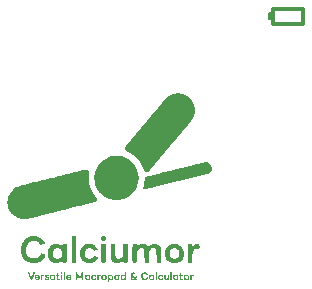
<source format=gbr>
%TF.GenerationSoftware,KiCad,Pcbnew,8.0.1*%
%TF.CreationDate,2024-04-11T23:32:48+09:00*%
%TF.ProjectId,Calciumor_SwitchCover,43616c63-6975-46d6-9f72-5f5377697463,rev?*%
%TF.SameCoordinates,Original*%
%TF.FileFunction,Legend,Top*%
%TF.FilePolarity,Positive*%
%FSLAX46Y46*%
G04 Gerber Fmt 4.6, Leading zero omitted, Abs format (unit mm)*
G04 Created by KiCad (PCBNEW 8.0.1) date 2024-04-11 23:32:48*
%MOMM*%
%LPD*%
G01*
G04 APERTURE LIST*
%ADD10C,0.150000*%
%ADD11C,0.300000*%
%ADD12C,0.000000*%
G04 APERTURE END LIST*
D10*
X141450000Y-50450000D02*
X141850000Y-50450000D01*
X141450000Y-49950000D02*
X141850000Y-49950000D01*
X141600000Y-50450000D02*
X141600000Y-49950000D01*
X141450000Y-49950000D02*
X141450000Y-50450000D01*
D11*
X141800000Y-49550000D02*
X144300000Y-49550000D01*
X144300000Y-50850000D01*
X141800000Y-50850000D01*
X141800000Y-49550000D01*
D12*
%TO.C,G\u002A\u002A\u002A*%
G36*
X124179306Y-72191276D02*
G01*
X124177041Y-72513095D01*
X124129181Y-72515632D01*
X124101728Y-72516006D01*
X124081701Y-72514282D01*
X124075184Y-72512032D01*
X124073789Y-72502280D01*
X124072504Y-72477204D01*
X124071368Y-72438759D01*
X124070418Y-72388901D01*
X124069689Y-72329585D01*
X124069221Y-72262765D01*
X124069048Y-72190397D01*
X124069048Y-72187676D01*
X124069048Y-71869456D01*
X124125309Y-71869456D01*
X124181571Y-71869456D01*
X124179306Y-72191276D01*
G37*
G36*
X131972095Y-72191276D02*
G01*
X131969830Y-72513095D01*
X131921970Y-72515632D01*
X131894517Y-72516006D01*
X131874490Y-72514282D01*
X131867973Y-72512032D01*
X131866578Y-72502280D01*
X131865293Y-72477204D01*
X131864157Y-72438759D01*
X131863207Y-72388901D01*
X131862479Y-72329585D01*
X131862010Y-72262765D01*
X131861837Y-72190397D01*
X131861837Y-72187676D01*
X131861837Y-71869456D01*
X131918098Y-71869456D01*
X131974360Y-71869456D01*
X131972095Y-72191276D01*
G37*
G36*
X123927616Y-71869139D02*
G01*
X123950312Y-71892828D01*
X123956047Y-71902638D01*
X123961596Y-71929356D01*
X123952809Y-71955394D01*
X123932044Y-71975607D01*
X123920072Y-71981208D01*
X123901789Y-71987313D01*
X123892926Y-71989751D01*
X123892809Y-71989726D01*
X123885081Y-71986635D01*
X123868853Y-71980591D01*
X123846935Y-71964677D01*
X123835709Y-71940410D01*
X123835277Y-71913089D01*
X123845742Y-71888016D01*
X123866731Y-71870704D01*
X123900114Y-71861892D01*
X123927616Y-71869139D01*
G37*
G36*
X123954731Y-72283076D02*
G01*
X123955234Y-72357779D01*
X123954891Y-72416184D01*
X123953671Y-72459252D01*
X123951541Y-72487944D01*
X123948467Y-72503223D01*
X123947193Y-72505542D01*
X123931965Y-72513272D01*
X123905350Y-72517185D01*
X123896259Y-72517415D01*
X123867397Y-72514868D01*
X123848255Y-72508115D01*
X123845324Y-72505542D01*
X123841920Y-72494631D01*
X123839470Y-72470636D01*
X123837943Y-72432594D01*
X123837304Y-72379544D01*
X123837521Y-72310524D01*
X123837786Y-72283076D01*
X123840102Y-72072483D01*
X123896259Y-72072483D01*
X123952415Y-72072483D01*
X123954731Y-72283076D01*
G37*
G36*
X133233461Y-72183778D02*
G01*
X133233931Y-72274284D01*
X133233878Y-72348440D01*
X133233281Y-72407167D01*
X133232116Y-72451388D01*
X133230364Y-72482023D01*
X133228002Y-72499995D01*
X133225923Y-72505597D01*
X133211635Y-72512531D01*
X133187188Y-72516479D01*
X133159494Y-72517125D01*
X133135467Y-72514150D01*
X133125248Y-72510226D01*
X133122294Y-72504733D01*
X133119956Y-72491480D01*
X133118195Y-72469071D01*
X133116974Y-72436109D01*
X133116255Y-72391199D01*
X133116002Y-72332945D01*
X133116176Y-72259950D01*
X133116608Y-72188538D01*
X133118878Y-71873776D01*
X133175034Y-71873776D01*
X133231190Y-71873776D01*
X133233461Y-72183778D01*
G37*
G36*
X127538277Y-68791935D02*
G01*
X127591465Y-68816949D01*
X127635858Y-68854537D01*
X127665732Y-68897483D01*
X127679264Y-68925589D01*
X127686225Y-68948940D01*
X127688120Y-68975222D01*
X127686881Y-69005476D01*
X127680865Y-69054339D01*
X127668077Y-69092584D01*
X127645935Y-69126354D01*
X127627612Y-69146491D01*
X127598124Y-69172849D01*
X127568461Y-69190115D01*
X127533458Y-69200279D01*
X127487947Y-69205334D01*
X127472993Y-69206089D01*
X127431724Y-69206836D01*
X127402001Y-69204524D01*
X127378254Y-69198467D01*
X127364435Y-69192691D01*
X127310619Y-69159747D01*
X127271769Y-69118229D01*
X127247632Y-69067748D01*
X127237954Y-69007911D01*
X127237729Y-68996837D01*
X127245208Y-68934764D01*
X127267235Y-68881406D01*
X127302795Y-68837969D01*
X127350874Y-68805658D01*
X127410455Y-68785681D01*
X127416332Y-68784532D01*
X127478998Y-68780722D01*
X127538277Y-68791935D01*
G37*
G36*
X127212062Y-72117840D02*
G01*
X127214634Y-72171837D01*
X127175637Y-72171837D01*
X127128060Y-72178713D01*
X127087680Y-72198135D01*
X127062735Y-72222222D01*
X127055987Y-72233265D01*
X127051008Y-72247510D01*
X127047388Y-72267930D01*
X127044718Y-72297500D01*
X127042590Y-72339193D01*
X127041136Y-72379184D01*
X127036701Y-72513095D01*
X126993503Y-72514771D01*
X126966221Y-72514886D01*
X126945454Y-72513293D01*
X126939507Y-72511891D01*
X126936004Y-72506225D01*
X126933284Y-72491502D01*
X126931270Y-72466172D01*
X126929888Y-72428688D01*
X126929065Y-72377501D01*
X126928726Y-72311064D01*
X126928708Y-72287337D01*
X126928708Y-72067339D01*
X126982704Y-72069911D01*
X127012265Y-72071798D01*
X127028739Y-72075158D01*
X127036311Y-72081894D01*
X127039169Y-72093910D01*
X127039382Y-72095696D01*
X127042063Y-72118909D01*
X127080616Y-72091735D01*
X127110082Y-72073969D01*
X127137839Y-72065874D01*
X127164329Y-72064202D01*
X127209490Y-72063844D01*
X127212062Y-72117840D01*
G37*
G36*
X122398108Y-72060978D02*
G01*
X122412024Y-72063422D01*
X122419532Y-72069567D01*
X122422608Y-72083715D01*
X122423228Y-72110168D01*
X122423231Y-72115680D01*
X122423231Y-72167517D01*
X122375714Y-72172103D01*
X122333125Y-72179136D01*
X122302881Y-72192111D01*
X122280421Y-72213408D01*
X122271611Y-72226385D01*
X122264909Y-72239399D01*
X122260238Y-72254894D01*
X122257245Y-72276092D01*
X122255579Y-72306216D01*
X122254887Y-72348491D01*
X122254794Y-72380419D01*
X122254533Y-72430661D01*
X122253599Y-72466208D01*
X122251725Y-72489640D01*
X122248642Y-72503536D01*
X122244082Y-72510477D01*
X122241096Y-72512171D01*
X122223202Y-72515736D01*
X122198132Y-72517216D01*
X122172682Y-72516648D01*
X122153646Y-72514070D01*
X122148209Y-72511655D01*
X122146640Y-72501783D01*
X122145234Y-72477011D01*
X122144051Y-72439719D01*
X122143153Y-72392286D01*
X122142601Y-72337092D01*
X122142449Y-72287030D01*
X122142449Y-72068163D01*
X122194286Y-72068163D01*
X122246122Y-72068163D01*
X122246122Y-72099407D01*
X122246122Y-72130650D01*
X122280165Y-72099895D01*
X122322463Y-72071741D01*
X122369055Y-72060215D01*
X122398108Y-72060978D01*
G37*
G36*
X135064068Y-72062419D02*
G01*
X135077841Y-72073026D01*
X135083665Y-72094226D01*
X135083174Y-72128903D01*
X135082795Y-72133783D01*
X135080034Y-72167517D01*
X135032517Y-72172103D01*
X134990927Y-72178806D01*
X134960871Y-72191133D01*
X134936879Y-72211653D01*
X134929514Y-72220464D01*
X134922585Y-72230628D01*
X134917700Y-72242625D01*
X134914508Y-72259486D01*
X134912656Y-72284244D01*
X134911792Y-72319930D01*
X134911566Y-72369574D01*
X134911565Y-72375105D01*
X134911332Y-72426496D01*
X134910465Y-72463141D01*
X134908712Y-72487569D01*
X134905821Y-72502308D01*
X134901539Y-72509888D01*
X134897899Y-72512171D01*
X134880005Y-72515736D01*
X134854935Y-72517216D01*
X134829485Y-72516648D01*
X134810448Y-72514070D01*
X134805011Y-72511655D01*
X134803443Y-72501783D01*
X134802036Y-72477011D01*
X134800854Y-72439719D01*
X134799956Y-72392286D01*
X134799404Y-72337092D01*
X134799252Y-72287030D01*
X134799252Y-72068163D01*
X134851088Y-72068163D01*
X134902925Y-72068163D01*
X134902925Y-72099663D01*
X134902925Y-72131163D01*
X134924517Y-72107864D01*
X134961972Y-72079383D01*
X135008228Y-72062812D01*
X135040714Y-72059524D01*
X135064068Y-72062419D01*
G37*
G36*
X125751689Y-72195198D02*
G01*
X125749422Y-72513095D01*
X125697585Y-72513095D01*
X125645748Y-72513095D01*
X125641429Y-72298720D01*
X125637109Y-72084344D01*
X125546051Y-72238243D01*
X125454993Y-72392143D01*
X125416483Y-72392143D01*
X125377973Y-72392143D01*
X125287235Y-72243669D01*
X125196497Y-72095194D01*
X125194176Y-72299414D01*
X125193110Y-72369715D01*
X125191643Y-72424130D01*
X125189689Y-72464051D01*
X125187164Y-72490869D01*
X125183981Y-72505976D01*
X125181217Y-72510392D01*
X125166362Y-72514572D01*
X125142494Y-72516791D01*
X125116437Y-72516960D01*
X125095010Y-72514989D01*
X125085624Y-72511655D01*
X125084306Y-72501985D01*
X125083094Y-72477000D01*
X125082024Y-72438666D01*
X125081131Y-72388948D01*
X125080449Y-72329810D01*
X125080015Y-72263217D01*
X125079864Y-72191601D01*
X125079864Y-71877306D01*
X125138180Y-71879860D01*
X125196497Y-71882415D01*
X125304490Y-72061271D01*
X125334776Y-72110916D01*
X125362337Y-72155116D01*
X125385876Y-72191873D01*
X125404099Y-72219188D01*
X125415709Y-72235062D01*
X125419225Y-72238292D01*
X125425359Y-72230659D01*
X125438965Y-72210212D01*
X125458741Y-72179021D01*
X125483387Y-72139159D01*
X125511601Y-72092697D01*
X125531538Y-72059436D01*
X125637109Y-71882415D01*
X125695532Y-71879858D01*
X125753955Y-71877301D01*
X125751689Y-72195198D01*
G37*
G36*
X132699864Y-72205832D02*
G01*
X132700606Y-72271609D01*
X132703334Y-72322097D01*
X132708801Y-72359241D01*
X132717760Y-72384988D01*
X132730963Y-72401283D01*
X132749164Y-72410072D01*
X132773116Y-72413300D01*
X132780208Y-72413467D01*
X132814590Y-72410718D01*
X132841349Y-72400714D01*
X132861317Y-72381786D01*
X132875325Y-72352265D01*
X132884206Y-72310482D01*
X132888791Y-72254769D01*
X132889932Y-72193261D01*
X132889932Y-72068163D01*
X132946234Y-72068163D01*
X133002537Y-72068163D01*
X133000231Y-72290629D01*
X132997925Y-72513095D01*
X132950408Y-72513095D01*
X132923120Y-72512530D01*
X132908605Y-72509418D01*
X132902365Y-72501629D01*
X132900157Y-72489337D01*
X132896940Y-72472093D01*
X132893493Y-72465578D01*
X132884568Y-72469921D01*
X132866592Y-72480890D01*
X132857057Y-72487089D01*
X132831236Y-72500434D01*
X132799420Y-72511879D01*
X132768065Y-72519580D01*
X132743627Y-72521690D01*
X132738590Y-72520952D01*
X132725019Y-72518221D01*
X132702531Y-72514230D01*
X132697958Y-72513459D01*
X132669210Y-72503925D01*
X132641801Y-72487797D01*
X132639326Y-72485799D01*
X132622751Y-72470351D01*
X132610106Y-72453820D01*
X132600869Y-72433696D01*
X132594522Y-72407465D01*
X132590543Y-72372615D01*
X132588415Y-72326634D01*
X132587615Y-72267009D01*
X132587551Y-72235578D01*
X132587551Y-72068163D01*
X132643708Y-72068163D01*
X132699864Y-72068163D01*
X132699864Y-72205832D01*
G37*
G36*
X123588432Y-71933267D02*
G01*
X123590894Y-71933815D01*
X123601256Y-71937644D01*
X123607316Y-71945281D01*
X123610219Y-71960664D01*
X123611108Y-71987732D01*
X123611156Y-72003532D01*
X123611156Y-72068163D01*
X123667744Y-72068163D01*
X123724332Y-72068163D01*
X123721741Y-72117840D01*
X123719150Y-72167517D01*
X123665153Y-72170089D01*
X123611156Y-72172661D01*
X123611156Y-72276490D01*
X123611878Y-72318570D01*
X123613838Y-72355461D01*
X123616736Y-72383076D01*
X123620100Y-72397031D01*
X123635437Y-72409759D01*
X123657983Y-72413614D01*
X123679857Y-72408138D01*
X123688711Y-72401024D01*
X123697676Y-72393557D01*
X123709925Y-72393784D01*
X123730806Y-72401429D01*
X123760187Y-72415239D01*
X123774447Y-72427592D01*
X123775122Y-72441621D01*
X123763749Y-72460459D01*
X123761311Y-72463622D01*
X123724467Y-72497687D01*
X123679759Y-72516696D01*
X123628688Y-72520117D01*
X123609740Y-72517561D01*
X123568210Y-72503858D01*
X123537450Y-72478573D01*
X123517110Y-72446020D01*
X123509529Y-72428245D01*
X123504352Y-72409331D01*
X123501143Y-72385548D01*
X123499463Y-72353168D01*
X123498873Y-72308463D01*
X123498844Y-72290558D01*
X123498844Y-72172830D01*
X123462126Y-72170174D01*
X123425408Y-72167517D01*
X123422833Y-72118357D01*
X123420257Y-72069197D01*
X123457390Y-72066520D01*
X123494524Y-72063844D01*
X123498844Y-71999048D01*
X123503163Y-71934252D01*
X123536898Y-71931491D01*
X123564657Y-71930956D01*
X123588432Y-71933267D01*
G37*
G36*
X134020604Y-71933663D02*
G01*
X134025314Y-71935176D01*
X134032695Y-71941831D01*
X134036955Y-71957049D01*
X134038773Y-71984268D01*
X134038980Y-72004292D01*
X134038980Y-72068163D01*
X134095567Y-72068163D01*
X134152155Y-72068163D01*
X134149564Y-72117840D01*
X134146973Y-72167517D01*
X134092976Y-72170089D01*
X134038980Y-72172661D01*
X134038980Y-72276490D01*
X134039701Y-72318570D01*
X134041661Y-72355461D01*
X134044559Y-72383076D01*
X134047923Y-72397031D01*
X134063260Y-72409759D01*
X134085806Y-72413614D01*
X134107681Y-72408138D01*
X134116534Y-72401024D01*
X134125549Y-72393504D01*
X134137818Y-72393783D01*
X134157966Y-72401209D01*
X134187393Y-72414700D01*
X134202281Y-72426030D01*
X134204555Y-72438283D01*
X134196139Y-72454544D01*
X134193549Y-72458260D01*
X134158726Y-72493123D01*
X134114926Y-72513903D01*
X134064185Y-72519833D01*
X134037563Y-72517111D01*
X134001742Y-72507317D01*
X133973774Y-72490309D01*
X133952717Y-72464245D01*
X133937628Y-72427280D01*
X133927561Y-72377572D01*
X133921574Y-72313279D01*
X133920315Y-72288117D01*
X133915477Y-72172728D01*
X133884354Y-72170122D01*
X133853231Y-72167517D01*
X133850640Y-72117840D01*
X133848049Y-72068163D01*
X133883038Y-72068163D01*
X133918027Y-72068163D01*
X133918027Y-72009415D01*
X133919543Y-71975858D01*
X133923619Y-71950965D01*
X133928395Y-71940299D01*
X133943409Y-71933969D01*
X133968478Y-71930504D01*
X133996557Y-71930278D01*
X134020604Y-71933663D01*
G37*
G36*
X132332926Y-72060908D02*
G01*
X132387481Y-72075168D01*
X132434487Y-72100673D01*
X132470731Y-72136506D01*
X132476335Y-72144720D01*
X132489831Y-72168137D01*
X132497716Y-72186060D01*
X132498636Y-72192358D01*
X132489417Y-72199316D01*
X132468956Y-72207948D01*
X132454714Y-72212547D01*
X132413517Y-72224559D01*
X132379557Y-72193878D01*
X132355446Y-72174643D01*
X132334028Y-72165543D01*
X132307233Y-72163199D01*
X132306315Y-72163197D01*
X132260457Y-72169322D01*
X132225808Y-72188168D01*
X132201160Y-72220442D01*
X132198286Y-72226406D01*
X132184240Y-72270051D01*
X132184903Y-72310786D01*
X132198030Y-72349961D01*
X132218993Y-72384633D01*
X132245703Y-72404871D01*
X132282102Y-72413184D01*
X132298129Y-72413742D01*
X132343354Y-72407398D01*
X132378464Y-72387770D01*
X132396351Y-72368050D01*
X132414844Y-72357108D01*
X132445793Y-72358057D01*
X132489121Y-72370896D01*
X132489358Y-72370986D01*
X132510273Y-72378937D01*
X132493134Y-72412532D01*
X132460659Y-72458129D01*
X132416750Y-72491814D01*
X132363166Y-72512836D01*
X132301665Y-72520440D01*
X132249774Y-72516643D01*
X132192427Y-72499514D01*
X132142207Y-72467865D01*
X132102219Y-72423912D01*
X132089071Y-72402025D01*
X132078260Y-72369747D01*
X132071988Y-72326890D01*
X132070478Y-72279606D01*
X132073954Y-72234048D01*
X132081705Y-72199072D01*
X132102328Y-72158941D01*
X132134611Y-72120708D01*
X132173452Y-72089358D01*
X132213752Y-72069874D01*
X132214017Y-72069794D01*
X132274034Y-72058811D01*
X132332926Y-72060908D01*
G37*
G36*
X126716814Y-72070521D02*
G01*
X126764368Y-72092583D01*
X126803311Y-72125702D01*
X126817492Y-72144720D01*
X126830961Y-72168276D01*
X126838744Y-72186502D01*
X126839567Y-72193034D01*
X126830180Y-72200352D01*
X126809597Y-72209057D01*
X126795843Y-72213402D01*
X126755070Y-72224917D01*
X126720911Y-72194057D01*
X126696791Y-72174773D01*
X126675469Y-72165609D01*
X126648938Y-72163201D01*
X126647471Y-72163197D01*
X126601367Y-72169306D01*
X126566509Y-72188089D01*
X126542144Y-72220230D01*
X126527520Y-72266414D01*
X126526302Y-72273441D01*
X126526957Y-72311015D01*
X126538565Y-72348770D01*
X126558547Y-72380833D01*
X126581943Y-72400169D01*
X126620366Y-72412476D01*
X126660750Y-72413003D01*
X126698078Y-72402650D01*
X126727335Y-72382317D01*
X126734937Y-72372709D01*
X126747120Y-72358710D01*
X126762477Y-72355108D01*
X126779178Y-72357327D01*
X126806551Y-72363625D01*
X126830196Y-72370865D01*
X126830515Y-72370986D01*
X126851429Y-72378937D01*
X126834421Y-72412276D01*
X126801745Y-72458347D01*
X126757787Y-72492240D01*
X126704188Y-72513253D01*
X126642584Y-72520683D01*
X126590930Y-72516738D01*
X126536919Y-72501929D01*
X126491270Y-72474195D01*
X126471481Y-72456274D01*
X126443967Y-72424015D01*
X126426221Y-72389874D01*
X126416085Y-72348459D01*
X126412083Y-72307763D01*
X126413186Y-72246315D01*
X126425337Y-72195120D01*
X126449718Y-72150249D01*
X126465335Y-72130682D01*
X126506463Y-72095482D01*
X126555474Y-72071998D01*
X126609069Y-72060097D01*
X126663948Y-72059649D01*
X126716814Y-72070521D01*
G37*
G36*
X133599951Y-72071531D02*
G01*
X133644111Y-72094892D01*
X133650424Y-72099912D01*
X133676122Y-72121536D01*
X133676122Y-72094850D01*
X133676122Y-72068163D01*
X133728105Y-72068163D01*
X133780088Y-72068163D01*
X133777782Y-72290629D01*
X133775476Y-72513095D01*
X133746203Y-72515892D01*
X133709895Y-72516522D01*
X133687563Y-72509415D01*
X133677311Y-72493661D01*
X133676122Y-72482285D01*
X133676122Y-72456125D01*
X133643725Y-72481907D01*
X133596068Y-72509213D01*
X133542307Y-72520581D01*
X133488874Y-72516817D01*
X133438427Y-72501500D01*
X133398133Y-72475468D01*
X133374271Y-72450639D01*
X133345464Y-72403100D01*
X133328254Y-72346935D01*
X133323517Y-72294938D01*
X133441646Y-72294938D01*
X133448626Y-72342055D01*
X133468541Y-72377855D01*
X133500699Y-72401650D01*
X133544413Y-72412753D01*
X133560485Y-72413512D01*
X133595681Y-72410573D01*
X133621390Y-72400078D01*
X133628487Y-72395012D01*
X133655752Y-72363779D01*
X133671410Y-72324983D01*
X133675577Y-72282853D01*
X133668366Y-72241617D01*
X133649893Y-72205504D01*
X133622646Y-72180184D01*
X133598022Y-72168558D01*
X133569972Y-72164792D01*
X133548624Y-72165593D01*
X133504044Y-72175423D01*
X133471504Y-72197532D01*
X133450875Y-72232076D01*
X133442028Y-72279211D01*
X133441646Y-72294938D01*
X133323517Y-72294938D01*
X133322740Y-72286415D01*
X133329018Y-72225809D01*
X133347187Y-72169389D01*
X133367053Y-72134641D01*
X133401823Y-72099676D01*
X133446524Y-72075389D01*
X133497131Y-72062273D01*
X133549615Y-72060823D01*
X133599951Y-72071531D01*
G37*
G36*
X127511871Y-72061520D02*
G01*
X127571525Y-72070797D01*
X127620434Y-72091239D01*
X127662359Y-72124622D01*
X127675217Y-72138682D01*
X127705509Y-72186607D01*
X127722625Y-72241547D01*
X127726719Y-72299697D01*
X127717947Y-72357249D01*
X127696467Y-72410396D01*
X127662433Y-72455331D01*
X127662239Y-72455522D01*
X127639257Y-72476681D01*
X127618050Y-72491734D01*
X127594258Y-72502474D01*
X127563521Y-72510699D01*
X127521480Y-72518203D01*
X127503231Y-72521000D01*
X127484269Y-72521218D01*
X127457151Y-72518689D01*
X127446388Y-72517109D01*
X127385012Y-72499380D01*
X127334614Y-72468823D01*
X127296149Y-72426687D01*
X127270573Y-72374220D01*
X127258842Y-72312670D01*
X127258837Y-72295938D01*
X127374299Y-72295938D01*
X127381824Y-72336615D01*
X127398346Y-72372029D01*
X127422858Y-72397287D01*
X127427745Y-72400217D01*
X127463308Y-72411332D01*
X127504582Y-72412262D01*
X127543502Y-72403256D01*
X127557748Y-72396241D01*
X127587655Y-72368547D01*
X127605226Y-72331352D01*
X127609752Y-72287937D01*
X127600526Y-72241584D01*
X127594435Y-72226406D01*
X127570952Y-72193131D01*
X127538617Y-72171769D01*
X127501235Y-72162470D01*
X127462611Y-72165384D01*
X127426549Y-72180660D01*
X127396855Y-72208449D01*
X127390275Y-72218365D01*
X127376780Y-72254890D01*
X127374299Y-72295938D01*
X127258837Y-72295938D01*
X127258829Y-72272188D01*
X127269441Y-72209118D01*
X127292863Y-72157036D01*
X127329757Y-72114641D01*
X127345311Y-72102331D01*
X127389041Y-72077251D01*
X127437045Y-72063740D01*
X127493921Y-72060674D01*
X127511871Y-72061520D01*
G37*
G36*
X134518314Y-72063663D02*
G01*
X134577227Y-72079778D01*
X134626422Y-72110023D01*
X134666226Y-72154554D01*
X134675562Y-72169313D01*
X134687497Y-72191418D01*
X134694755Y-72211580D01*
X134698463Y-72235328D01*
X134699749Y-72268195D01*
X134699836Y-72288469D01*
X134698942Y-72330229D01*
X134695746Y-72360080D01*
X134689358Y-72383334D01*
X134680906Y-72401600D01*
X134645797Y-72449943D01*
X134599456Y-72486319D01*
X134543919Y-72509835D01*
X134481222Y-72519595D01*
X134420871Y-72515959D01*
X134372504Y-72504584D01*
X134333845Y-72485522D01*
X134297845Y-72455292D01*
X134297682Y-72455128D01*
X134262286Y-72407846D01*
X134241630Y-72351749D01*
X134235833Y-72298703D01*
X134236774Y-72282918D01*
X134350860Y-72282918D01*
X134354630Y-72323983D01*
X134369451Y-72361314D01*
X134395362Y-72390694D01*
X134403477Y-72396241D01*
X134440509Y-72410104D01*
X134483025Y-72412980D01*
X134522953Y-72404591D01*
X134531711Y-72400636D01*
X134561100Y-72376499D01*
X134579819Y-72342587D01*
X134587614Y-72302911D01*
X134584231Y-72261484D01*
X134569415Y-72222317D01*
X134544978Y-72191276D01*
X134521610Y-72172927D01*
X134499004Y-72164823D01*
X134473239Y-72163230D01*
X134435171Y-72167878D01*
X134405465Y-72179489D01*
X134376316Y-72206454D01*
X134358101Y-72242336D01*
X134350860Y-72282918D01*
X134236774Y-72282918D01*
X134239309Y-72240415D01*
X134252010Y-72193027D01*
X134275351Y-72152023D01*
X134286007Y-72138682D01*
X134326461Y-72100670D01*
X134372666Y-72076182D01*
X134428384Y-72063440D01*
X134449354Y-72061520D01*
X134518314Y-72063663D01*
G37*
G36*
X128612274Y-72068137D02*
G01*
X128660608Y-72092023D01*
X128661005Y-72092301D01*
X128699796Y-72119644D01*
X128699796Y-72093904D01*
X128700484Y-72079670D01*
X128705261Y-72071979D01*
X128718193Y-72068817D01*
X128743347Y-72068168D01*
X128751779Y-72068163D01*
X128803761Y-72068163D01*
X128801455Y-72290629D01*
X128799150Y-72513095D01*
X128751633Y-72513095D01*
X128724424Y-72512651D01*
X128709996Y-72509645D01*
X128703851Y-72501564D01*
X128701493Y-72485897D01*
X128701411Y-72485048D01*
X128698706Y-72457001D01*
X128666853Y-72482345D01*
X128619527Y-72509326D01*
X128565853Y-72520572D01*
X128512548Y-72516817D01*
X128455747Y-72498382D01*
X128410574Y-72467244D01*
X128377244Y-72423674D01*
X128355971Y-72367940D01*
X128347391Y-72308974D01*
X128348122Y-72269724D01*
X128464567Y-72269724D01*
X128464600Y-72311966D01*
X128475866Y-72351774D01*
X128497942Y-72384892D01*
X128520453Y-72402292D01*
X128551868Y-72411979D01*
X128589983Y-72413123D01*
X128626794Y-72406165D01*
X128649763Y-72395178D01*
X128677908Y-72365415D01*
X128694300Y-72327467D01*
X128699046Y-72285597D01*
X128692254Y-72244066D01*
X128674030Y-72207137D01*
X128644481Y-72179070D01*
X128644331Y-72178975D01*
X128608401Y-72165646D01*
X128567721Y-72164731D01*
X128528673Y-72175522D01*
X128499888Y-72194968D01*
X128476189Y-72229306D01*
X128464567Y-72269724D01*
X128348122Y-72269724D01*
X128348605Y-72243820D01*
X128361362Y-72189415D01*
X128386608Y-72142861D01*
X128410760Y-72114840D01*
X128454525Y-72082533D01*
X128505313Y-72063746D01*
X128559202Y-72058829D01*
X128612274Y-72068137D01*
G37*
G36*
X126084192Y-72061352D02*
G01*
X126122871Y-72067242D01*
X126154861Y-72080697D01*
X126172841Y-72092301D01*
X126211633Y-72119644D01*
X126211633Y-72093904D01*
X126212321Y-72079670D01*
X126217098Y-72071979D01*
X126230029Y-72068817D01*
X126255183Y-72068168D01*
X126263615Y-72068163D01*
X126315598Y-72068163D01*
X126313292Y-72290629D01*
X126310986Y-72513095D01*
X126263469Y-72513095D01*
X126236260Y-72512651D01*
X126221832Y-72509645D01*
X126215688Y-72501564D01*
X126213329Y-72485897D01*
X126213247Y-72485048D01*
X126210543Y-72457001D01*
X126178690Y-72482345D01*
X126131342Y-72509376D01*
X126077583Y-72520525D01*
X126022890Y-72516561D01*
X125971993Y-72500214D01*
X125929986Y-72471107D01*
X125903245Y-72441191D01*
X125874834Y-72390699D01*
X125859377Y-72333480D01*
X125856651Y-72273409D01*
X125857047Y-72271020D01*
X125975690Y-72271020D01*
X125976228Y-72313575D01*
X125988658Y-72353470D01*
X126012618Y-72386447D01*
X126029105Y-72399195D01*
X126060152Y-72410675D01*
X126097686Y-72413748D01*
X126134472Y-72408639D01*
X126163274Y-72395570D01*
X126163997Y-72395012D01*
X126191262Y-72363779D01*
X126206921Y-72324983D01*
X126211087Y-72282853D01*
X126203876Y-72241617D01*
X126185404Y-72205504D01*
X126158156Y-72180184D01*
X126121008Y-72165999D01*
X126079782Y-72164600D01*
X126040473Y-72175383D01*
X126011737Y-72194956D01*
X125987405Y-72230062D01*
X125975690Y-72271020D01*
X125857047Y-72271020D01*
X125866432Y-72214358D01*
X125888497Y-72160203D01*
X125922016Y-72115420D01*
X125961592Y-72083991D01*
X126005663Y-72066062D01*
X126058055Y-72060358D01*
X126084192Y-72061352D01*
G37*
G36*
X123138513Y-72062729D02*
G01*
X123186652Y-72076730D01*
X123222600Y-72099912D01*
X123248299Y-72121536D01*
X123248299Y-72094437D01*
X123248299Y-72067339D01*
X123302296Y-72069911D01*
X123356293Y-72072483D01*
X123358608Y-72283076D01*
X123359111Y-72357779D01*
X123358769Y-72416184D01*
X123357549Y-72459252D01*
X123355418Y-72487944D01*
X123352345Y-72503223D01*
X123351071Y-72505542D01*
X123336149Y-72513085D01*
X123311397Y-72517002D01*
X123283987Y-72516759D01*
X123261965Y-72512171D01*
X123251396Y-72499756D01*
X123248299Y-72481526D01*
X123248299Y-72456125D01*
X123215901Y-72481907D01*
X123168245Y-72509213D01*
X123114484Y-72520581D01*
X123061051Y-72516817D01*
X123010604Y-72501500D01*
X122970309Y-72475468D01*
X122946448Y-72450639D01*
X122917217Y-72402521D01*
X122899977Y-72346107D01*
X122894769Y-72285581D01*
X122895788Y-72276611D01*
X123016627Y-72276611D01*
X123018594Y-72328282D01*
X123032825Y-72367803D01*
X123059285Y-72395134D01*
X123097941Y-72410236D01*
X123132661Y-72413512D01*
X123167858Y-72410573D01*
X123193567Y-72400078D01*
X123200664Y-72395012D01*
X123227929Y-72363779D01*
X123243587Y-72324983D01*
X123247753Y-72282853D01*
X123240543Y-72241617D01*
X123222070Y-72205504D01*
X123194823Y-72180184D01*
X123157039Y-72165784D01*
X123115347Y-72164685D01*
X123075616Y-72176258D01*
X123047419Y-72195940D01*
X123031668Y-72214201D01*
X123022717Y-72233424D01*
X123018026Y-72260265D01*
X123016627Y-72276611D01*
X122895788Y-72276611D01*
X122901637Y-72225130D01*
X122920620Y-72168939D01*
X122943250Y-72131562D01*
X122981804Y-72094420D01*
X123030534Y-72071003D01*
X123080740Y-72061672D01*
X123138513Y-72062729D01*
G37*
G36*
X122712625Y-72066302D02*
G01*
X122761262Y-72085490D01*
X122798175Y-72117078D01*
X122801437Y-72121220D01*
X122820527Y-72149377D01*
X122826388Y-72168612D01*
X122818302Y-72181922D01*
X122795549Y-72192303D01*
X122783516Y-72195933D01*
X122737747Y-72208837D01*
X122712698Y-72184839D01*
X122687924Y-72167046D01*
X122659154Y-72160987D01*
X122652085Y-72160841D01*
X122620914Y-72164136D01*
X122604909Y-72174469D01*
X122603171Y-72192516D01*
X122604316Y-72196673D01*
X122612909Y-72208437D01*
X122632543Y-72219453D01*
X122666045Y-72231236D01*
X122672130Y-72233071D01*
X122731008Y-72252877D01*
X122774535Y-72273560D01*
X122804616Y-72296918D01*
X122823155Y-72324751D01*
X122832055Y-72358857D01*
X122833573Y-72385638D01*
X122832000Y-72415079D01*
X122825007Y-72436258D01*
X122809263Y-72457776D01*
X122802797Y-72465071D01*
X122764349Y-72496577D01*
X122717137Y-72514965D01*
X122659883Y-72520579D01*
X122610761Y-72516776D01*
X122559399Y-72502509D01*
X122516019Y-72475933D01*
X122484091Y-72439330D01*
X122478956Y-72430174D01*
X122468797Y-72408691D01*
X122463695Y-72394714D01*
X122463666Y-72392192D01*
X122472814Y-72388497D01*
X122493342Y-72381796D01*
X122510608Y-72376565D01*
X122554787Y-72363536D01*
X122579764Y-72388514D01*
X122609805Y-72409467D01*
X122644375Y-72419862D01*
X122678027Y-72418890D01*
X122703834Y-72406984D01*
X122717638Y-72393646D01*
X122718587Y-72383379D01*
X122713402Y-72375767D01*
X122698969Y-72365745D01*
X122674026Y-72354688D01*
X122653207Y-72347763D01*
X122587485Y-72323721D01*
X122538044Y-72294068D01*
X122504799Y-72258740D01*
X122488110Y-72219720D01*
X122485371Y-72173938D01*
X122497867Y-72133881D01*
X122524087Y-72101018D01*
X122562519Y-72076816D01*
X122611652Y-72062746D01*
X122652745Y-72059714D01*
X122712625Y-72066302D01*
G37*
G36*
X128111562Y-72062349D02*
G01*
X128157682Y-72074762D01*
X128197890Y-72099576D01*
X128204277Y-72104978D01*
X128236483Y-72139912D01*
X128258012Y-72180427D01*
X128270488Y-72230407D01*
X128274729Y-72273558D01*
X128274053Y-72334306D01*
X128263785Y-72384129D01*
X128242689Y-72427222D01*
X128221405Y-72454968D01*
X128181419Y-72488429D01*
X128133270Y-72509826D01*
X128080909Y-72518854D01*
X128028289Y-72515210D01*
X127979362Y-72498589D01*
X127946003Y-72476157D01*
X127939972Y-72471827D01*
X127935800Y-72472817D01*
X127933146Y-72481486D01*
X127931669Y-72500194D01*
X127931029Y-72531301D01*
X127930885Y-72577167D01*
X127930884Y-72580872D01*
X127930884Y-72698844D01*
X127874728Y-72698844D01*
X127818571Y-72698844D01*
X127818571Y-72383503D01*
X127818571Y-72279714D01*
X127926186Y-72279714D01*
X127928516Y-72320905D01*
X127941676Y-72358686D01*
X127965775Y-72388892D01*
X127977235Y-72397162D01*
X128012711Y-72410224D01*
X128054194Y-72412915D01*
X128093730Y-72405046D01*
X128104781Y-72400209D01*
X128127728Y-72380483D01*
X128147376Y-72349810D01*
X128160383Y-72314524D01*
X128163770Y-72288469D01*
X128158062Y-72253917D01*
X128143168Y-72219156D01*
X128122429Y-72190519D01*
X128104781Y-72176729D01*
X128069482Y-72165773D01*
X128029706Y-72164292D01*
X127993518Y-72172247D01*
X127983065Y-72177327D01*
X127953571Y-72203760D01*
X127934574Y-72239277D01*
X127926186Y-72279714D01*
X127818571Y-72279714D01*
X127818571Y-72068163D01*
X127870408Y-72068163D01*
X127899102Y-72068507D01*
X127914589Y-72070886D01*
X127920943Y-72077323D01*
X127922235Y-72089841D01*
X127922245Y-72093904D01*
X127922245Y-72119644D01*
X127961259Y-72092145D01*
X127989210Y-72075108D01*
X128016820Y-72065764D01*
X128052563Y-72061322D01*
X128055438Y-72061132D01*
X128111562Y-72062349D01*
G37*
G36*
X121190093Y-71945051D02*
G01*
X121201298Y-71974832D01*
X121216978Y-72016865D01*
X121235660Y-72067182D01*
X121255868Y-72121812D01*
X121275084Y-72173940D01*
X121293438Y-72223242D01*
X121309956Y-72266501D01*
X121323673Y-72301279D01*
X121333623Y-72325140D01*
X121338842Y-72335645D01*
X121339215Y-72335930D01*
X121343436Y-72328227D01*
X121352559Y-72306708D01*
X121365621Y-72273806D01*
X121381659Y-72231959D01*
X121399710Y-72183602D01*
X121403245Y-72173997D01*
X121423499Y-72118929D01*
X121443615Y-72064416D01*
X121462122Y-72014429D01*
X121477551Y-71972935D01*
X121488000Y-71945051D01*
X121513281Y-71878095D01*
X121572491Y-71878095D01*
X121602741Y-71879034D01*
X121625509Y-71881499D01*
X121635941Y-71884959D01*
X121635985Y-71885026D01*
X121633636Y-71893937D01*
X121625586Y-71916712D01*
X121612680Y-71951226D01*
X121595766Y-71995353D01*
X121575693Y-72046967D01*
X121553307Y-72103944D01*
X121529455Y-72164158D01*
X121504986Y-72225484D01*
X121480746Y-72285795D01*
X121457584Y-72342967D01*
X121436346Y-72394875D01*
X121417879Y-72439393D01*
X121403032Y-72474395D01*
X121392652Y-72497756D01*
X121388147Y-72506616D01*
X121375561Y-72513259D01*
X121351603Y-72517012D01*
X121339528Y-72517415D01*
X121313222Y-72515313D01*
X121293971Y-72509982D01*
X121289167Y-72506616D01*
X121284368Y-72496816D01*
X121274027Y-72473151D01*
X121259030Y-72437792D01*
X121240264Y-72392910D01*
X121218616Y-72340679D01*
X121194972Y-72283269D01*
X121170219Y-72222854D01*
X121145244Y-72161605D01*
X121120934Y-72101695D01*
X121098176Y-72045295D01*
X121077855Y-71994577D01*
X121060860Y-71951714D01*
X121048076Y-71918877D01*
X121040390Y-71898240D01*
X121038748Y-71893214D01*
X121038433Y-71885495D01*
X121044936Y-71880943D01*
X121061513Y-71878751D01*
X121091424Y-71878109D01*
X121099631Y-71878095D01*
X121164678Y-71878095D01*
X121190093Y-71945051D01*
G37*
G36*
X131512382Y-72061115D02*
G01*
X131546731Y-72064803D01*
X131571423Y-72072319D01*
X131594041Y-72086307D01*
X131601673Y-72092255D01*
X131636073Y-72119900D01*
X131638802Y-72096191D01*
X131641356Y-72083192D01*
X131648024Y-72075814D01*
X131662997Y-72072116D01*
X131690467Y-72070156D01*
X131695527Y-72069911D01*
X131749524Y-72067339D01*
X131749524Y-72287133D01*
X131749559Y-72356188D01*
X131749333Y-72409890D01*
X131748350Y-72450161D01*
X131746113Y-72478926D01*
X131742126Y-72498109D01*
X131735891Y-72509631D01*
X131726912Y-72515418D01*
X131714692Y-72517393D01*
X131698736Y-72517480D01*
X131690069Y-72517415D01*
X131659495Y-72513051D01*
X131642360Y-72499027D01*
X131636936Y-72474650D01*
X131635643Y-72460068D01*
X131630691Y-72460801D01*
X131626137Y-72466227D01*
X131595723Y-72492502D01*
X131553769Y-72510382D01*
X131504457Y-72518649D01*
X131454175Y-72516422D01*
X131402430Y-72500244D01*
X131357424Y-72469212D01*
X131321619Y-72425212D01*
X131311837Y-72407345D01*
X131298046Y-72375524D01*
X131290602Y-72346338D01*
X131287782Y-72311663D01*
X131287562Y-72292839D01*
X131288098Y-72285745D01*
X131404413Y-72285745D01*
X131409359Y-72327783D01*
X131425805Y-72366197D01*
X131451581Y-72395012D01*
X131480744Y-72408731D01*
X131517946Y-72413912D01*
X131556083Y-72410332D01*
X131585677Y-72399229D01*
X131614679Y-72374263D01*
X131631327Y-72339983D01*
X131636377Y-72294528D01*
X131635618Y-72276611D01*
X131632015Y-72244168D01*
X131625297Y-72222339D01*
X131612922Y-72204468D01*
X131604826Y-72195940D01*
X131571500Y-72173939D01*
X131531151Y-72164070D01*
X131489649Y-72166961D01*
X131457422Y-72180184D01*
X131428559Y-72207717D01*
X131410851Y-72244314D01*
X131404413Y-72285745D01*
X131288098Y-72285745D01*
X131292306Y-72230096D01*
X131307289Y-72178903D01*
X131333711Y-72136083D01*
X131355450Y-72113185D01*
X131395456Y-72082880D01*
X131437546Y-72065829D01*
X131486890Y-72060317D01*
X131512382Y-72061115D01*
G37*
G36*
X129354340Y-72191276D02*
G01*
X129352075Y-72513095D01*
X129304558Y-72513095D01*
X129277329Y-72512650D01*
X129262737Y-72509554D01*
X129256142Y-72501169D01*
X129252903Y-72484853D01*
X129252721Y-72483613D01*
X129249145Y-72464814D01*
X129244488Y-72460800D01*
X129236071Y-72469064D01*
X129206261Y-72493200D01*
X129165231Y-72510142D01*
X129118037Y-72518495D01*
X129069739Y-72516861D01*
X129065473Y-72516169D01*
X129010851Y-72499017D01*
X128965507Y-72467783D01*
X128928465Y-72421726D01*
X128918928Y-72405102D01*
X128910881Y-72385737D01*
X128905909Y-72361510D01*
X128903423Y-72328126D01*
X128902823Y-72287792D01*
X128902832Y-72286703D01*
X129010816Y-72286703D01*
X129016628Y-72322341D01*
X129031816Y-72357942D01*
X129053010Y-72386763D01*
X129066120Y-72397352D01*
X129101221Y-72410234D01*
X129142437Y-72412917D01*
X129181803Y-72405222D01*
X129193353Y-72400209D01*
X129216299Y-72380483D01*
X129235948Y-72349810D01*
X129248955Y-72314524D01*
X129252342Y-72288469D01*
X129246634Y-72253917D01*
X129231739Y-72219156D01*
X129211000Y-72190519D01*
X129193353Y-72176729D01*
X129157044Y-72165577D01*
X129116340Y-72164552D01*
X129079321Y-72173564D01*
X129070282Y-72178128D01*
X129047589Y-72198991D01*
X129027591Y-72229964D01*
X129014191Y-72263922D01*
X129010816Y-72286703D01*
X128902832Y-72286703D01*
X128903171Y-72247207D01*
X128904871Y-72219021D01*
X128908909Y-72198359D01*
X128916268Y-72180347D01*
X128927934Y-72160107D01*
X128928946Y-72158467D01*
X128951373Y-72128701D01*
X128978858Y-72100786D01*
X128992326Y-72090029D01*
X129012581Y-72076862D01*
X129030757Y-72069032D01*
X129052505Y-72065173D01*
X129083476Y-72063920D01*
X129100746Y-72063844D01*
X129137980Y-72064500D01*
X129163646Y-72067315D01*
X129183432Y-72073555D01*
X129203027Y-72084486D01*
X129207995Y-72087725D01*
X129244082Y-72111606D01*
X129244082Y-71990531D01*
X129244082Y-71869456D01*
X129300343Y-71869456D01*
X129356605Y-71869456D01*
X129354340Y-72191276D01*
G37*
G36*
X127529157Y-69485355D02*
G01*
X127579025Y-69486570D01*
X127614061Y-69488679D01*
X127635481Y-69491754D01*
X127644054Y-69495333D01*
X127645949Y-69505701D01*
X127647670Y-69531828D01*
X127649216Y-69572193D01*
X127650588Y-69625278D01*
X127651786Y-69689563D01*
X127652809Y-69763528D01*
X127653658Y-69845654D01*
X127654333Y-69934421D01*
X127654833Y-70028311D01*
X127655160Y-70125803D01*
X127655311Y-70225377D01*
X127655289Y-70325515D01*
X127655092Y-70424697D01*
X127654721Y-70521403D01*
X127654175Y-70614114D01*
X127653455Y-70701310D01*
X127652561Y-70781472D01*
X127651493Y-70853080D01*
X127650250Y-70914615D01*
X127648833Y-70964557D01*
X127647242Y-71001387D01*
X127645476Y-71023585D01*
X127644054Y-71029701D01*
X127633667Y-71033686D01*
X127610740Y-71036646D01*
X127574056Y-71038648D01*
X127522400Y-71039764D01*
X127463243Y-71040068D01*
X127403190Y-71039877D01*
X127358097Y-71039190D01*
X127325646Y-71037835D01*
X127303521Y-71035642D01*
X127289406Y-71032441D01*
X127280983Y-71028059D01*
X127279223Y-71026492D01*
X127276832Y-71022758D01*
X127274736Y-71015934D01*
X127272915Y-71004953D01*
X127271350Y-70988750D01*
X127270024Y-70966258D01*
X127268916Y-70936411D01*
X127268007Y-70898143D01*
X127267280Y-70850387D01*
X127266714Y-70792077D01*
X127266291Y-70722147D01*
X127265992Y-70639531D01*
X127265798Y-70543162D01*
X127265689Y-70431974D01*
X127265648Y-70304901D01*
X127265646Y-70262517D01*
X127265671Y-70130351D01*
X127265756Y-70014397D01*
X127265922Y-69913590D01*
X127266187Y-69826863D01*
X127266570Y-69753150D01*
X127267090Y-69691384D01*
X127267765Y-69640500D01*
X127268616Y-69599431D01*
X127269661Y-69567111D01*
X127270919Y-69542473D01*
X127272408Y-69524452D01*
X127274148Y-69511981D01*
X127276158Y-69503994D01*
X127278456Y-69499424D01*
X127279223Y-69498542D01*
X127286390Y-69493774D01*
X127298557Y-69490237D01*
X127318040Y-69487760D01*
X127347154Y-69486173D01*
X127388217Y-69485303D01*
X127443546Y-69484981D01*
X127463243Y-69484966D01*
X127529157Y-69485355D01*
G37*
G36*
X124521225Y-72061783D02*
G01*
X124576718Y-72071819D01*
X124621207Y-72094244D01*
X124657192Y-72130668D01*
X124676834Y-72161919D01*
X124692420Y-72195946D01*
X124700309Y-72229312D01*
X124702752Y-72265302D01*
X124704048Y-72323027D01*
X124550697Y-72325386D01*
X124492449Y-72326594D01*
X124449744Y-72328265D01*
X124420848Y-72330551D01*
X124404030Y-72333599D01*
X124397555Y-72337559D01*
X124397347Y-72338583D01*
X124402845Y-72354975D01*
X124416268Y-72376414D01*
X124433013Y-72396047D01*
X124440148Y-72402275D01*
X124470931Y-72415791D01*
X124508225Y-72418072D01*
X124546077Y-72409850D01*
X124578533Y-72391854D01*
X124586678Y-72384287D01*
X124596256Y-72374525D01*
X124605075Y-72369225D01*
X124616809Y-72368667D01*
X124635126Y-72373134D01*
X124663698Y-72382904D01*
X124689231Y-72392132D01*
X124695166Y-72401309D01*
X124689807Y-72417837D01*
X124675693Y-72438712D01*
X124655363Y-72460932D01*
X124631357Y-72481494D01*
X124606214Y-72497396D01*
X124596541Y-72501728D01*
X124551310Y-72513651D01*
X124500068Y-72518721D01*
X124457136Y-72516499D01*
X124397762Y-72500053D01*
X124349170Y-72470474D01*
X124312094Y-72428687D01*
X124287267Y-72375615D01*
X124275421Y-72312181D01*
X124274475Y-72286339D01*
X124276058Y-72246245D01*
X124278030Y-72235806D01*
X124397347Y-72235806D01*
X124405405Y-72237874D01*
X124427253Y-72239545D01*
X124459405Y-72240631D01*
X124492381Y-72240952D01*
X124530570Y-72240550D01*
X124561432Y-72239458D01*
X124581481Y-72237851D01*
X124587415Y-72236204D01*
X124582039Y-72219806D01*
X124569162Y-72198551D01*
X124553660Y-72179638D01*
X124543588Y-72171500D01*
X124508755Y-72161557D01*
X124471561Y-72164725D01*
X124437699Y-72179514D01*
X124412863Y-72204436D01*
X124411953Y-72205934D01*
X124401954Y-72224263D01*
X124397377Y-72235423D01*
X124397347Y-72235806D01*
X124278030Y-72235806D01*
X124281998Y-72214802D01*
X124294082Y-72183574D01*
X124297976Y-72175417D01*
X124330494Y-72125948D01*
X124372925Y-72090441D01*
X124425502Y-72068777D01*
X124488458Y-72060840D01*
X124521225Y-72061783D01*
G37*
G36*
X124998116Y-68793903D02*
G01*
X125042541Y-68794325D01*
X125074338Y-68795285D01*
X125095832Y-68796996D01*
X125109348Y-68799668D01*
X125117211Y-68803513D01*
X125121746Y-68808741D01*
X125122757Y-68810520D01*
X125124272Y-68821567D01*
X125125644Y-68848844D01*
X125126874Y-68892451D01*
X125127963Y-68952490D01*
X125128910Y-69029061D01*
X125129718Y-69122266D01*
X125130387Y-69232205D01*
X125130918Y-69358978D01*
X125131312Y-69502688D01*
X125131569Y-69663434D01*
X125131690Y-69841317D01*
X125131701Y-69916939D01*
X125131633Y-70101674D01*
X125131430Y-70269232D01*
X125131091Y-70419713D01*
X125130615Y-70553218D01*
X125130001Y-70669847D01*
X125129249Y-70769703D01*
X125128357Y-70852885D01*
X125127325Y-70919495D01*
X125126151Y-70969633D01*
X125124836Y-71003400D01*
X125123378Y-71020897D01*
X125122757Y-71023357D01*
X125118746Y-71029020D01*
X125112072Y-71033239D01*
X125100410Y-71036225D01*
X125081435Y-71038189D01*
X125052822Y-71039343D01*
X125012245Y-71039897D01*
X124957380Y-71040062D01*
X124938737Y-71040068D01*
X124872011Y-71039695D01*
X124821321Y-71038529D01*
X124785439Y-71036503D01*
X124763137Y-71033547D01*
X124753293Y-71029701D01*
X124751710Y-71019629D01*
X124750247Y-70993534D01*
X124748904Y-70952673D01*
X124747680Y-70898301D01*
X124746575Y-70831674D01*
X124745589Y-70754048D01*
X124744723Y-70666679D01*
X124743976Y-70570823D01*
X124743349Y-70467735D01*
X124742841Y-70358671D01*
X124742452Y-70244888D01*
X124742182Y-70127641D01*
X124742032Y-70008187D01*
X124742001Y-69887780D01*
X124742090Y-69767678D01*
X124742298Y-69649135D01*
X124742625Y-69533408D01*
X124743072Y-69421752D01*
X124743638Y-69315424D01*
X124744323Y-69215679D01*
X124745127Y-69123774D01*
X124746051Y-69040964D01*
X124747095Y-68968505D01*
X124748257Y-68907652D01*
X124749539Y-68859663D01*
X124750941Y-68825792D01*
X124752461Y-68807296D01*
X124753293Y-68804177D01*
X124763525Y-68800248D01*
X124786139Y-68797315D01*
X124822363Y-68795310D01*
X124873426Y-68794165D01*
X124938737Y-68793810D01*
X124998116Y-68793903D01*
G37*
G36*
X131028538Y-71877661D02*
G01*
X131042542Y-71881210D01*
X131078034Y-71895162D01*
X131114607Y-71915026D01*
X131130068Y-71925632D01*
X131155345Y-71948504D01*
X131178850Y-71975878D01*
X131197849Y-72003737D01*
X131209613Y-72028065D01*
X131211409Y-72044846D01*
X131211315Y-72045101D01*
X131201121Y-72052926D01*
X131179177Y-72061581D01*
X131157132Y-72067540D01*
X131107279Y-72078696D01*
X131077823Y-72043235D01*
X131040002Y-72010152D01*
X130995070Y-71990531D01*
X130946351Y-71984061D01*
X130897172Y-71990433D01*
X130850857Y-72009338D01*
X130810732Y-72040466D01*
X130787548Y-72070262D01*
X130766926Y-72117531D01*
X130757264Y-72171478D01*
X130758206Y-72227544D01*
X130769394Y-72281173D01*
X130790471Y-72327805D01*
X130809648Y-72352559D01*
X130843813Y-72381019D01*
X130881567Y-72397694D01*
X130928046Y-72404532D01*
X130947937Y-72404960D01*
X130994915Y-72401047D01*
X131033027Y-72388111D01*
X131065693Y-72363942D01*
X131096336Y-72326330D01*
X131114632Y-72297313D01*
X131120731Y-72289395D01*
X131129639Y-72286779D01*
X131145981Y-72289428D01*
X131172788Y-72296838D01*
X131199846Y-72305536D01*
X131219402Y-72313381D01*
X131226217Y-72317704D01*
X131225778Y-72331174D01*
X131216836Y-72353943D01*
X131201747Y-72381870D01*
X131182868Y-72410814D01*
X131162555Y-72436635D01*
X131152593Y-72447083D01*
X131104969Y-72481839D01*
X131046871Y-72506815D01*
X130982692Y-72521038D01*
X130916821Y-72523538D01*
X130853650Y-72513343D01*
X130853363Y-72513263D01*
X130787445Y-72486406D01*
X130731992Y-72445809D01*
X130687087Y-72391544D01*
X130663580Y-72348946D01*
X130652899Y-72324612D01*
X130645905Y-72303110D01*
X130641829Y-72279646D01*
X130639905Y-72249429D01*
X130639364Y-72207668D01*
X130639354Y-72197755D01*
X130639716Y-72153153D01*
X130641321Y-72120995D01*
X130644941Y-72096452D01*
X130651352Y-72074695D01*
X130661327Y-72050896D01*
X130663751Y-72045611D01*
X130695753Y-71992325D01*
X130738258Y-71944805D01*
X130786767Y-71907641D01*
X130812143Y-71894253D01*
X130859561Y-71879496D01*
X130916068Y-71871549D01*
X130974712Y-71870806D01*
X131028538Y-71877661D01*
G37*
G36*
X121896930Y-72063855D02*
G01*
X121916430Y-72067741D01*
X121958902Y-72087646D01*
X121996239Y-72121018D01*
X122026178Y-72164287D01*
X122046456Y-72213881D01*
X122054809Y-72266231D01*
X122054433Y-72285464D01*
X122051735Y-72323027D01*
X121898384Y-72325386D01*
X121840136Y-72326594D01*
X121797431Y-72328265D01*
X121768536Y-72330551D01*
X121751717Y-72333599D01*
X121745242Y-72337559D01*
X121745034Y-72338583D01*
X121750532Y-72354975D01*
X121763955Y-72376414D01*
X121780700Y-72396047D01*
X121787835Y-72402275D01*
X121818618Y-72415791D01*
X121855912Y-72418072D01*
X121893764Y-72409850D01*
X121926220Y-72391854D01*
X121934366Y-72384287D01*
X121943943Y-72374525D01*
X121952762Y-72369225D01*
X121964496Y-72368667D01*
X121982813Y-72373134D01*
X122011385Y-72382904D01*
X122036918Y-72392132D01*
X122042853Y-72401309D01*
X122037494Y-72417837D01*
X122023380Y-72438712D01*
X122003050Y-72460932D01*
X121979044Y-72481494D01*
X121953901Y-72497396D01*
X121944229Y-72501728D01*
X121898998Y-72513651D01*
X121847755Y-72518721D01*
X121804823Y-72516499D01*
X121747291Y-72500019D01*
X121698269Y-72469975D01*
X121659986Y-72428292D01*
X121634673Y-72376897D01*
X121631745Y-72367053D01*
X121626560Y-72333851D01*
X121625379Y-72292404D01*
X121627818Y-72248758D01*
X121629665Y-72235806D01*
X121745034Y-72235806D01*
X121753093Y-72237868D01*
X121774954Y-72239537D01*
X121807140Y-72240624D01*
X121840650Y-72240952D01*
X121882255Y-72240840D01*
X121909402Y-72240098D01*
X121924913Y-72238117D01*
X121931610Y-72234287D01*
X121932314Y-72227999D01*
X121930666Y-72221514D01*
X121914238Y-72191881D01*
X121887615Y-72172196D01*
X121854992Y-72162841D01*
X121820566Y-72164198D01*
X121788530Y-72176649D01*
X121763081Y-72200576D01*
X121759640Y-72205934D01*
X121749642Y-72224263D01*
X121745064Y-72235423D01*
X121745034Y-72235806D01*
X121629665Y-72235806D01*
X121633493Y-72208960D01*
X121642018Y-72179056D01*
X121643969Y-72174913D01*
X121669033Y-72138765D01*
X121703176Y-72104620D01*
X121739201Y-72079671D01*
X121739402Y-72079567D01*
X121770064Y-72069322D01*
X121810985Y-72062991D01*
X121855496Y-72061020D01*
X121896930Y-72063855D01*
G37*
G36*
X128636495Y-62000146D02*
G01*
X128707261Y-62002512D01*
X128769670Y-62006985D01*
X128828166Y-62014103D01*
X128887194Y-62024407D01*
X128951201Y-62038437D01*
X129023776Y-62056510D01*
X129191710Y-62108703D01*
X129352751Y-62176210D01*
X129505972Y-62258170D01*
X129650448Y-62353716D01*
X129785253Y-62461985D01*
X129909461Y-62582114D01*
X130022147Y-62713238D01*
X130122385Y-62854493D01*
X130209250Y-63005015D01*
X130281815Y-63163940D01*
X130318917Y-63265408D01*
X130368294Y-63440547D01*
X130400842Y-63617072D01*
X130416694Y-63793991D01*
X130415983Y-63970315D01*
X130398840Y-64145052D01*
X130365399Y-64317212D01*
X130315793Y-64485803D01*
X130250154Y-64649835D01*
X130168616Y-64808317D01*
X130096842Y-64923333D01*
X129995790Y-65058640D01*
X129880623Y-65186606D01*
X129753790Y-65304801D01*
X129617741Y-65410797D01*
X129576701Y-65439049D01*
X129535055Y-65465062D01*
X129482842Y-65494984D01*
X129425404Y-65525985D01*
X129368086Y-65555232D01*
X129316230Y-65579895D01*
X129287279Y-65592414D01*
X129256315Y-65605142D01*
X129229775Y-65616279D01*
X129213844Y-65623218D01*
X129196516Y-65630067D01*
X129169280Y-65639681D01*
X129144728Y-65647807D01*
X129001192Y-65688694D01*
X128860538Y-65717756D01*
X128718832Y-65735432D01*
X128572140Y-65742160D01*
X128416531Y-65738379D01*
X128362857Y-65734922D01*
X128311768Y-65729782D01*
X128252714Y-65721648D01*
X128191311Y-65711485D01*
X128133171Y-65700258D01*
X128083907Y-65688933D01*
X128064796Y-65683666D01*
X127942725Y-65644752D01*
X127833859Y-65604489D01*
X127734129Y-65561140D01*
X127639466Y-65512963D01*
X127565312Y-65470179D01*
X127434430Y-65381800D01*
X127308595Y-65278998D01*
X127190201Y-65164310D01*
X127081646Y-65040272D01*
X126985324Y-64909421D01*
X126903632Y-64774292D01*
X126898029Y-64763806D01*
X126821674Y-64604376D01*
X126761868Y-64445121D01*
X126718053Y-64283793D01*
X126689671Y-64118141D01*
X126676162Y-63945918D01*
X126674787Y-63865000D01*
X126682773Y-63683598D01*
X126706497Y-63509081D01*
X126746166Y-63340770D01*
X126801983Y-63177982D01*
X126874153Y-63020038D01*
X126962882Y-62866256D01*
X126985896Y-62831041D01*
X127092247Y-62686974D01*
X127210695Y-62554495D01*
X127340228Y-62434324D01*
X127479832Y-62327177D01*
X127628496Y-62233774D01*
X127785208Y-62154834D01*
X127948955Y-62091073D01*
X128084562Y-62051421D01*
X128158983Y-62033806D01*
X128226406Y-62020435D01*
X128291321Y-62010806D01*
X128358218Y-62004422D01*
X128431586Y-62000782D01*
X128515914Y-61999389D01*
X128552925Y-61999347D01*
X128636495Y-62000146D01*
G37*
G36*
X130026255Y-71868563D02*
G01*
X130074264Y-71890186D01*
X130115106Y-71925155D01*
X130131644Y-71944795D01*
X130137914Y-71956769D01*
X130135248Y-71966220D01*
X130127991Y-71974961D01*
X130109372Y-71992666D01*
X130088396Y-72009345D01*
X130064444Y-72026417D01*
X130034098Y-71999773D01*
X130000880Y-71978894D01*
X129967872Y-71973279D01*
X129937905Y-71983173D01*
X129928332Y-71990647D01*
X129907653Y-72019806D01*
X129903558Y-72052843D01*
X129915938Y-72089180D01*
X129944684Y-72128233D01*
X129956436Y-72140347D01*
X129979850Y-72162464D01*
X130008336Y-72188220D01*
X130038969Y-72215115D01*
X130068821Y-72240649D01*
X130094967Y-72262322D01*
X130114479Y-72277635D01*
X130124432Y-72284088D01*
X130124799Y-72284150D01*
X130131753Y-72277339D01*
X130144518Y-72259550D01*
X130159093Y-72236633D01*
X130174435Y-72212231D01*
X130186269Y-72195087D01*
X130191760Y-72189116D01*
X130203741Y-72194234D01*
X130222640Y-72206955D01*
X130243518Y-72223324D01*
X130261433Y-72239391D01*
X130271448Y-72251202D01*
X130272177Y-72253458D01*
X130267611Y-72266324D01*
X130255714Y-72288226D01*
X130241182Y-72311192D01*
X130210188Y-72357250D01*
X130256013Y-72397441D01*
X130301839Y-72437632D01*
X130268869Y-72477867D01*
X130251954Y-72498069D01*
X130239321Y-72508692D01*
X130227063Y-72509298D01*
X130211273Y-72499445D01*
X130188042Y-72478697D01*
X130175982Y-72467426D01*
X130144583Y-72438104D01*
X130107612Y-72464886D01*
X130052105Y-72495505D01*
X129991010Y-72512600D01*
X129928829Y-72515315D01*
X129884018Y-72507349D01*
X129831665Y-72484249D01*
X129790083Y-72449776D01*
X129760039Y-72406650D01*
X129742303Y-72357588D01*
X129737644Y-72305308D01*
X129737869Y-72304018D01*
X129848876Y-72304018D01*
X129856166Y-72344364D01*
X129876320Y-72375943D01*
X129906585Y-72397380D01*
X129944209Y-72407302D01*
X129986439Y-72404338D01*
X130023245Y-72390992D01*
X130041412Y-72380231D01*
X130051158Y-72371697D01*
X130046610Y-72364056D01*
X130031831Y-72347963D01*
X130009777Y-72326134D01*
X129983401Y-72301286D01*
X129955656Y-72276137D01*
X129929498Y-72253402D01*
X129907880Y-72235800D01*
X129893755Y-72226046D01*
X129891880Y-72225200D01*
X129881947Y-72229822D01*
X129869868Y-72245753D01*
X129858499Y-72267760D01*
X129850692Y-72290612D01*
X129848876Y-72304018D01*
X129737869Y-72304018D01*
X129746831Y-72252529D01*
X129770631Y-72201969D01*
X129790300Y-72176012D01*
X129808784Y-72154284D01*
X129817344Y-72140176D01*
X129817643Y-72128492D01*
X129811348Y-72114037D01*
X129810625Y-72112634D01*
X129793022Y-72061495D01*
X129792371Y-72010504D01*
X129808431Y-71961557D01*
X129834565Y-71923515D01*
X129875897Y-71888523D01*
X129923802Y-71867713D01*
X129975011Y-71861066D01*
X130026255Y-71868563D01*
G37*
G36*
X133532407Y-69462708D02*
G01*
X133649336Y-69476828D01*
X133757116Y-69504397D01*
X133857032Y-69545792D01*
X133950369Y-69601389D01*
X133994294Y-69634090D01*
X134061589Y-69697132D01*
X134123151Y-69773347D01*
X134176586Y-69858955D01*
X134219505Y-69950177D01*
X134247063Y-70033571D01*
X134256995Y-70083441D01*
X134264515Y-70145051D01*
X134269374Y-70212998D01*
X134271323Y-70281879D01*
X134270113Y-70346291D01*
X134265495Y-70400833D01*
X134264337Y-70408840D01*
X134238204Y-70524744D01*
X134197640Y-70631576D01*
X134143100Y-70728713D01*
X134075040Y-70815537D01*
X133993915Y-70891426D01*
X133900179Y-70955760D01*
X133839653Y-70987802D01*
X133784272Y-71012587D01*
X133733005Y-71031260D01*
X133681670Y-71044682D01*
X133626083Y-71053711D01*
X133562064Y-71059205D01*
X133485430Y-71062024D01*
X133477415Y-71062182D01*
X133424177Y-71062650D01*
X133373414Y-71062149D01*
X133329131Y-71060787D01*
X133295333Y-71058672D01*
X133280148Y-71056820D01*
X133187417Y-71033727D01*
X133092957Y-70998098D01*
X133002195Y-70952458D01*
X132920557Y-70899333D01*
X132890263Y-70875368D01*
X132817598Y-70803042D01*
X132755863Y-70718616D01*
X132705779Y-70623934D01*
X132668068Y-70520835D01*
X132643451Y-70411163D01*
X132632651Y-70296759D01*
X132633188Y-70243649D01*
X133037788Y-70243649D01*
X133038197Y-70304187D01*
X133042998Y-70359661D01*
X133049668Y-70394673D01*
X133078945Y-70475825D01*
X133121376Y-70547521D01*
X133175588Y-70608316D01*
X133240209Y-70656766D01*
X133313868Y-70691428D01*
X133339184Y-70699389D01*
X133381388Y-70707009D01*
X133433395Y-70710379D01*
X133488266Y-70709509D01*
X133539059Y-70704415D01*
X133566196Y-70698950D01*
X133640622Y-70671054D01*
X133706469Y-70629331D01*
X133762739Y-70575481D01*
X133808433Y-70511204D01*
X133842556Y-70438201D01*
X133864108Y-70358170D01*
X133872093Y-70272812D01*
X133866134Y-70187882D01*
X133845317Y-70099233D01*
X133811523Y-70020876D01*
X133765736Y-69953696D01*
X133708942Y-69898576D01*
X133642126Y-69856398D01*
X133566272Y-69828048D01*
X133482364Y-69814408D01*
X133448567Y-69813265D01*
X133366258Y-69821461D01*
X133289497Y-69845164D01*
X133219934Y-69883049D01*
X133159215Y-69933791D01*
X133108988Y-69996064D01*
X133070902Y-70068544D01*
X133050106Y-70133729D01*
X133041762Y-70184634D01*
X133037788Y-70243649D01*
X132633188Y-70243649D01*
X132633429Y-70219800D01*
X132647361Y-70096734D01*
X132675803Y-69982453D01*
X132718414Y-69877468D01*
X132774858Y-69782287D01*
X132844796Y-69697421D01*
X132927890Y-69623379D01*
X133023801Y-69560670D01*
X133094058Y-69525696D01*
X133162073Y-69499484D01*
X133232661Y-69480743D01*
X133310439Y-69468522D01*
X133400026Y-69461870D01*
X133405044Y-69461661D01*
X133532407Y-69462708D01*
G37*
G36*
X126326015Y-69461105D02*
G01*
X126381981Y-69465907D01*
X126390871Y-69467198D01*
X126503699Y-69491400D01*
X126603678Y-69526786D01*
X126691561Y-69573885D01*
X126768102Y-69633223D01*
X126834053Y-69705329D01*
X126890169Y-69790732D01*
X126911812Y-69832397D01*
X126931796Y-69876615D01*
X126942690Y-69908713D01*
X126944949Y-69930973D01*
X126939029Y-69945677D01*
X126935187Y-69949398D01*
X126922816Y-69955145D01*
X126897675Y-69963945D01*
X126863077Y-69974869D01*
X126822336Y-69986993D01*
X126778766Y-69999390D01*
X126735680Y-70011133D01*
X126696392Y-70021296D01*
X126664216Y-70028952D01*
X126642466Y-70033175D01*
X126634696Y-70033405D01*
X126626030Y-70024556D01*
X126610179Y-70005493D01*
X126590195Y-69979923D01*
X126585008Y-69973076D01*
X126534321Y-69914050D01*
X126481507Y-69870505D01*
X126423306Y-69840681D01*
X126356453Y-69822817D01*
X126293708Y-69815906D01*
X126204302Y-69818226D01*
X126123114Y-69835579D01*
X126050875Y-69867423D01*
X125988315Y-69913218D01*
X125936165Y-69972423D01*
X125895158Y-70044498D01*
X125866024Y-70128901D01*
X125865017Y-70132925D01*
X125857674Y-70177400D01*
X125854070Y-70231782D01*
X125854110Y-70290086D01*
X125857701Y-70346326D01*
X125864749Y-70394519D01*
X125869422Y-70413339D01*
X125902056Y-70496559D01*
X125945880Y-70566823D01*
X126000357Y-70623724D01*
X126064947Y-70666853D01*
X126139115Y-70695805D01*
X126222321Y-70710170D01*
X126263469Y-70711769D01*
X126350030Y-70704935D01*
X126426076Y-70684455D01*
X126491547Y-70650360D01*
X126546379Y-70602683D01*
X126588845Y-70544347D01*
X126602346Y-70521523D01*
X126614322Y-70504827D01*
X126627330Y-70493979D01*
X126643928Y-70488694D01*
X126666674Y-70488690D01*
X126698126Y-70493685D01*
X126740842Y-70503397D01*
X126797379Y-70517542D01*
X126807755Y-70520167D01*
X126867414Y-70535315D01*
X126911933Y-70547620D01*
X126942851Y-70558754D01*
X126961706Y-70570390D01*
X126970037Y-70584200D01*
X126969381Y-70601857D01*
X126961279Y-70625034D01*
X126947268Y-70655403D01*
X126942109Y-70666236D01*
X126887449Y-70762829D01*
X126821531Y-70846420D01*
X126744642Y-70916864D01*
X126657068Y-70974017D01*
X126559097Y-71017733D01*
X126451015Y-71047866D01*
X126333109Y-71064273D01*
X126205665Y-71066806D01*
X126156070Y-71064193D01*
X126044772Y-71048485D01*
X125938876Y-71018230D01*
X125839904Y-70974470D01*
X125749376Y-70918251D01*
X125668814Y-70850616D01*
X125599738Y-70772609D01*
X125543670Y-70685273D01*
X125515023Y-70624246D01*
X125478483Y-70513309D01*
X125455943Y-70396819D01*
X125447353Y-70277678D01*
X125452663Y-70158791D01*
X125471825Y-70043059D01*
X125504787Y-69933387D01*
X125527777Y-69878835D01*
X125582140Y-69782700D01*
X125649709Y-69697140D01*
X125729362Y-69623077D01*
X125819973Y-69561434D01*
X125920418Y-69513133D01*
X126008605Y-69484321D01*
X126059248Y-69474180D01*
X126121665Y-69466549D01*
X126190502Y-69461666D01*
X126260403Y-69459771D01*
X126326015Y-69461105D01*
G37*
G36*
X135475176Y-69468610D02*
G01*
X135512853Y-69471361D01*
X135538553Y-69476574D01*
X135539347Y-69476867D01*
X135558957Y-69486774D01*
X135570015Y-69496306D01*
X135572060Y-69507821D01*
X135573856Y-69533747D01*
X135575296Y-69571216D01*
X135576269Y-69617359D01*
X135576668Y-69669309D01*
X135576670Y-69671816D01*
X135576501Y-69731202D01*
X135575775Y-69775559D01*
X135574332Y-69807135D01*
X135572009Y-69828175D01*
X135568643Y-69840925D01*
X135564073Y-69847631D01*
X135563970Y-69847718D01*
X135552166Y-69852580D01*
X135530128Y-69854768D01*
X135495374Y-69854392D01*
X135458137Y-69852409D01*
X135362556Y-69852921D01*
X135275500Y-69866850D01*
X135197862Y-69893647D01*
X135130535Y-69932764D01*
X135074410Y-69983655D01*
X135030381Y-70045770D01*
X134999339Y-70118562D01*
X134993968Y-70137378D01*
X134990804Y-70151994D01*
X134988167Y-70170453D01*
X134986011Y-70194310D01*
X134984292Y-70225118D01*
X134982967Y-70264430D01*
X134981991Y-70313801D01*
X134981319Y-70374785D01*
X134980908Y-70448934D01*
X134980712Y-70537803D01*
X134980680Y-70603863D01*
X134980567Y-70706151D01*
X134980209Y-70792224D01*
X134979582Y-70863145D01*
X134978659Y-70919976D01*
X134977414Y-70963781D01*
X134975821Y-70995620D01*
X134973856Y-71016558D01*
X134971490Y-71027657D01*
X134970313Y-71029701D01*
X134960034Y-71033647D01*
X134937326Y-71036588D01*
X134900963Y-71038592D01*
X134849722Y-71039729D01*
X134786293Y-71040068D01*
X134719815Y-71039690D01*
X134669377Y-71038510D01*
X134633754Y-71036459D01*
X134611721Y-71033467D01*
X134602272Y-71029701D01*
X134600366Y-71023729D01*
X134598686Y-71009312D01*
X134597222Y-70985625D01*
X134595962Y-70951845D01*
X134594896Y-70907148D01*
X134594012Y-70850710D01*
X134593298Y-70781708D01*
X134592745Y-70699318D01*
X134592340Y-70602715D01*
X134592074Y-70491077D01*
X134591934Y-70363580D01*
X134591905Y-70261093D01*
X134591913Y-70129307D01*
X134591954Y-70013724D01*
X134592052Y-69913265D01*
X134592228Y-69826854D01*
X134592508Y-69753415D01*
X134592915Y-69691869D01*
X134593471Y-69641141D01*
X134594200Y-69600153D01*
X134595127Y-69567828D01*
X134596274Y-69543089D01*
X134597664Y-69524859D01*
X134599322Y-69512062D01*
X134601270Y-69503620D01*
X134603533Y-69498457D01*
X134606133Y-69495495D01*
X134608616Y-69493909D01*
X134623045Y-69490780D01*
X134651005Y-69488341D01*
X134688966Y-69486596D01*
X134733401Y-69485553D01*
X134780780Y-69485216D01*
X134827575Y-69485592D01*
X134870256Y-69486687D01*
X134905295Y-69488505D01*
X134929162Y-69491054D01*
X134937483Y-69493367D01*
X134943999Y-69502795D01*
X134949529Y-69523467D01*
X134954465Y-69557411D01*
X134959082Y-69605234D01*
X134967721Y-69708964D01*
X135002279Y-69666117D01*
X135061168Y-69605579D01*
X135132296Y-69553106D01*
X135211523Y-69511254D01*
X135294711Y-69482580D01*
X135302565Y-69480659D01*
X135339216Y-69474345D01*
X135383464Y-69470181D01*
X135430416Y-69468243D01*
X135475176Y-69468610D01*
G37*
G36*
X136181100Y-62543811D02*
G01*
X136266977Y-62561250D01*
X136347068Y-62592876D01*
X136419959Y-62637269D01*
X136484233Y-62693013D01*
X136538479Y-62758687D01*
X136581281Y-62832874D01*
X136611224Y-62914156D01*
X136626895Y-63001112D01*
X136627802Y-63080530D01*
X136613408Y-63171573D01*
X136583538Y-63256809D01*
X136539480Y-63334613D01*
X136482525Y-63403359D01*
X136413960Y-63461422D01*
X136335075Y-63507177D01*
X136269240Y-63532649D01*
X136256750Y-63535998D01*
X136228419Y-63543236D01*
X136185018Y-63554173D01*
X136127317Y-63568618D01*
X136056087Y-63586381D01*
X135972101Y-63607274D01*
X135876128Y-63631105D01*
X135768940Y-63657686D01*
X135651308Y-63686826D01*
X135524002Y-63718335D01*
X135387794Y-63752024D01*
X135243456Y-63787702D01*
X135091757Y-63825179D01*
X134933469Y-63864267D01*
X134769363Y-63904774D01*
X134600210Y-63946512D01*
X134426781Y-63989289D01*
X134249847Y-64032917D01*
X134070179Y-64077205D01*
X133888548Y-64121963D01*
X133705726Y-64167003D01*
X133522482Y-64212133D01*
X133339589Y-64257163D01*
X133157816Y-64301905D01*
X132977936Y-64346168D01*
X132800720Y-64389761D01*
X132626937Y-64432497D01*
X132457360Y-64474183D01*
X132292759Y-64514631D01*
X132133906Y-64553651D01*
X131981571Y-64591053D01*
X131836525Y-64626646D01*
X131699540Y-64660241D01*
X131571386Y-64691649D01*
X131452835Y-64720679D01*
X131344657Y-64747141D01*
X131247623Y-64770845D01*
X131162506Y-64791602D01*
X131090075Y-64809222D01*
X131031101Y-64823515D01*
X130986356Y-64834290D01*
X130956611Y-64841359D01*
X130942637Y-64844531D01*
X130941633Y-64844694D01*
X130928025Y-64842249D01*
X130906029Y-64837440D01*
X130902995Y-64836732D01*
X130869368Y-64820738D01*
X130839749Y-64792179D01*
X130817001Y-64755734D01*
X130803988Y-64716078D01*
X130803574Y-64677889D01*
X130804117Y-64675273D01*
X130809977Y-64653454D01*
X130819152Y-64623484D01*
X130825669Y-64603674D01*
X130846205Y-64535398D01*
X130866344Y-64453967D01*
X130885299Y-64363500D01*
X130902285Y-64268118D01*
X130916517Y-64171939D01*
X130927209Y-64079083D01*
X130928637Y-64063708D01*
X130933524Y-64011547D01*
X130937898Y-63973071D01*
X130942453Y-63944729D01*
X130947884Y-63922970D01*
X130954887Y-63904241D01*
X130963279Y-63886704D01*
X130995174Y-63836891D01*
X131035280Y-63799203D01*
X131065756Y-63780120D01*
X131077324Y-63775160D01*
X131097556Y-63768283D01*
X131127129Y-63759317D01*
X131166717Y-63748085D01*
X131216997Y-63734412D01*
X131278646Y-63718124D01*
X131352338Y-63699046D01*
X131438750Y-63677002D01*
X131538558Y-63651819D01*
X131652438Y-63623320D01*
X131781066Y-63591331D01*
X131925117Y-63555677D01*
X132085268Y-63516183D01*
X132092406Y-63514426D01*
X132298056Y-63463793D01*
X132506105Y-63412570D01*
X132715593Y-63360991D01*
X132925561Y-63309293D01*
X133135049Y-63257713D01*
X133343097Y-63206487D01*
X133548745Y-63155851D01*
X133751034Y-63106041D01*
X133949004Y-63057294D01*
X134141696Y-63009846D01*
X134328149Y-62963934D01*
X134507403Y-62919794D01*
X134678500Y-62877661D01*
X134840480Y-62837773D01*
X134992382Y-62800366D01*
X135133247Y-62765675D01*
X135262115Y-62733939D01*
X135378027Y-62705391D01*
X135480022Y-62680270D01*
X135567142Y-62658811D01*
X135637279Y-62641534D01*
X135748758Y-62614382D01*
X135845871Y-62591384D01*
X135928194Y-62572635D01*
X135995301Y-62558227D01*
X136046768Y-62548254D01*
X136082171Y-62542809D01*
X136090850Y-62541978D01*
X136181100Y-62543811D01*
G37*
G36*
X121732162Y-68813555D02*
G01*
X121861260Y-68839328D01*
X121981271Y-68878787D01*
X122091660Y-68931687D01*
X122191894Y-68997780D01*
X122281441Y-69076820D01*
X122359766Y-69168560D01*
X122413851Y-69250694D01*
X122440436Y-69299162D01*
X122461419Y-69343356D01*
X122475651Y-69380449D01*
X122481979Y-69407612D01*
X122481678Y-69417275D01*
X122480068Y-69423193D01*
X122476885Y-69428241D01*
X122470086Y-69433166D01*
X122457630Y-69438711D01*
X122437477Y-69445623D01*
X122407584Y-69454645D01*
X122365912Y-69466523D01*
X122310418Y-69482003D01*
X122285000Y-69489062D01*
X122217600Y-69507169D01*
X122165776Y-69519741D01*
X122129750Y-69526731D01*
X122109743Y-69528090D01*
X122106668Y-69527282D01*
X122094536Y-69515945D01*
X122078742Y-69494823D01*
X122068685Y-69478684D01*
X122013714Y-69399188D01*
X121947980Y-69332861D01*
X121870991Y-69279341D01*
X121782252Y-69238267D01*
X121709865Y-69215957D01*
X121652421Y-69205814D01*
X121584729Y-69200795D01*
X121512430Y-69200759D01*
X121441167Y-69205559D01*
X121376583Y-69215051D01*
X121334660Y-69225560D01*
X121237561Y-69264753D01*
X121151385Y-69316974D01*
X121076754Y-69381704D01*
X121014286Y-69458423D01*
X120973446Y-69528163D01*
X120932146Y-69628301D01*
X120902775Y-69737752D01*
X120885855Y-69852850D01*
X120881908Y-69969929D01*
X120891458Y-70085323D01*
X120892770Y-70094048D01*
X120914325Y-70199431D01*
X120944790Y-70291986D01*
X120985430Y-70374377D01*
X121037513Y-70449272D01*
X121087937Y-70505252D01*
X121157980Y-70566844D01*
X121232124Y-70614115D01*
X121312593Y-70647936D01*
X121401613Y-70669176D01*
X121501407Y-70678704D01*
X121533367Y-70679406D01*
X121606891Y-70677967D01*
X121669501Y-70671857D01*
X121727155Y-70660131D01*
X121785811Y-70641843D01*
X121797771Y-70637470D01*
X121883578Y-70596498D01*
X121959666Y-70541300D01*
X122025856Y-70472058D01*
X122081967Y-70388952D01*
X122119383Y-70312836D01*
X122133061Y-70283817D01*
X122146094Y-70261583D01*
X122155816Y-70250637D01*
X122156349Y-70250392D01*
X122168414Y-70251182D01*
X122193898Y-70256302D01*
X122229739Y-70264888D01*
X122272876Y-70276074D01*
X122320249Y-70288994D01*
X122368797Y-70302783D01*
X122415458Y-70316576D01*
X122457172Y-70329508D01*
X122490878Y-70340714D01*
X122513514Y-70349328D01*
X122521416Y-70353594D01*
X122526862Y-70361907D01*
X122527234Y-70375068D01*
X122522092Y-70397097D01*
X122513767Y-70423646D01*
X122467563Y-70538684D01*
X122407668Y-70645836D01*
X122335419Y-70743564D01*
X122252149Y-70830328D01*
X122159194Y-70904590D01*
X122057887Y-70964812D01*
X122034636Y-70976013D01*
X121915815Y-71022051D01*
X121788005Y-71055119D01*
X121654133Y-71074759D01*
X121517124Y-71080514D01*
X121403776Y-71074484D01*
X121267337Y-71053295D01*
X121139769Y-71017439D01*
X121021537Y-70967349D01*
X120913108Y-70903455D01*
X120814948Y-70826189D01*
X120727524Y-70735983D01*
X120651303Y-70633268D01*
X120586750Y-70518476D01*
X120534332Y-70392037D01*
X120494515Y-70254384D01*
X120488618Y-70227959D01*
X120475547Y-70147536D01*
X120467486Y-70055668D01*
X120464437Y-69957449D01*
X120466400Y-69857971D01*
X120473376Y-69762327D01*
X120485365Y-69675609D01*
X120488540Y-69658907D01*
X120523365Y-69524844D01*
X120571878Y-69399532D01*
X120633342Y-69283831D01*
X120707020Y-69178602D01*
X120792177Y-69084708D01*
X120888075Y-69003010D01*
X120993979Y-68934368D01*
X121109152Y-68879645D01*
X121174830Y-68856219D01*
X121239315Y-68836839D01*
X121294817Y-68823077D01*
X121348186Y-68813627D01*
X121406271Y-68807187D01*
X121448832Y-68804059D01*
X121594508Y-68801717D01*
X121732162Y-68813555D01*
G37*
G36*
X123563913Y-69465659D02*
G01*
X123657816Y-69485193D01*
X123743767Y-69518705D01*
X123823861Y-69567035D01*
X123900190Y-69631024D01*
X123908791Y-69639395D01*
X123962751Y-69692655D01*
X123968012Y-69599765D01*
X123971028Y-69556112D01*
X123974616Y-69526645D01*
X123979378Y-69508269D01*
X123985916Y-69497892D01*
X123988253Y-69495921D01*
X124000451Y-69491507D01*
X124024248Y-69488310D01*
X124061183Y-69486228D01*
X124112800Y-69485162D01*
X124156476Y-69484966D01*
X124213270Y-69485194D01*
X124255239Y-69486010D01*
X124284834Y-69487615D01*
X124304506Y-69490206D01*
X124316704Y-69493985D01*
X124323294Y-69498542D01*
X124325680Y-69502270D01*
X124327773Y-69509085D01*
X124329591Y-69520051D01*
X124331154Y-69536233D01*
X124332480Y-69558693D01*
X124333588Y-69588497D01*
X124334497Y-69626707D01*
X124335226Y-69674388D01*
X124335794Y-69732604D01*
X124336218Y-69802418D01*
X124336519Y-69884895D01*
X124336716Y-69981098D01*
X124336826Y-70092092D01*
X124336868Y-70218940D01*
X124336871Y-70265726D01*
X124336815Y-70404758D01*
X124336639Y-70527337D01*
X124336333Y-70634289D01*
X124335886Y-70726442D01*
X124335285Y-70804619D01*
X124334519Y-70869649D01*
X124333579Y-70922356D01*
X124332451Y-70963566D01*
X124331126Y-70994106D01*
X124329592Y-71014802D01*
X124327837Y-71026480D01*
X124326503Y-71029701D01*
X124313759Y-71033942D01*
X124287271Y-71037173D01*
X124250407Y-71039412D01*
X124206531Y-71040679D01*
X124159009Y-71040989D01*
X124111206Y-71040363D01*
X124066488Y-71038817D01*
X124028219Y-71036371D01*
X123999766Y-71033041D01*
X123984493Y-71028847D01*
X123983269Y-71027851D01*
X123978627Y-71014542D01*
X123974020Y-70988134D01*
X123970059Y-70952794D01*
X123967868Y-70922727D01*
X123962606Y-70829821D01*
X123922953Y-70873756D01*
X123858036Y-70935725D01*
X123784851Y-70985953D01*
X123700237Y-71026464D01*
X123662807Y-71040289D01*
X123622244Y-71050297D01*
X123569250Y-71057715D01*
X123508499Y-71062396D01*
X123444665Y-71064192D01*
X123382421Y-71062956D01*
X123326442Y-71058539D01*
X123287177Y-71052152D01*
X123188256Y-71021783D01*
X123094542Y-70976576D01*
X123008441Y-70918242D01*
X122932359Y-70848494D01*
X122868702Y-70769042D01*
X122851603Y-70742270D01*
X122824289Y-70690012D01*
X122797512Y-70626395D01*
X122773450Y-70557258D01*
X122754279Y-70488443D01*
X122750050Y-70469864D01*
X122740782Y-70410000D01*
X122735454Y-70338720D01*
X122734436Y-70284179D01*
X123136877Y-70284179D01*
X123141627Y-70351069D01*
X123147911Y-70385629D01*
X123175386Y-70468174D01*
X123216023Y-70541018D01*
X123268641Y-70602885D01*
X123332054Y-70652495D01*
X123405079Y-70688571D01*
X123438367Y-70699389D01*
X123481203Y-70707106D01*
X123533831Y-70710410D01*
X123589343Y-70709330D01*
X123640831Y-70703892D01*
X123667180Y-70698481D01*
X123740872Y-70670610D01*
X123807325Y-70628192D01*
X123864799Y-70573059D01*
X123911560Y-70507043D01*
X123945869Y-70431975D01*
X123957691Y-70392109D01*
X123965234Y-70346252D01*
X123968719Y-70290825D01*
X123968245Y-70232067D01*
X123963913Y-70176219D01*
X123955823Y-70129520D01*
X123953324Y-70120335D01*
X123920527Y-70037529D01*
X123875791Y-69966570D01*
X123820219Y-69908227D01*
X123754915Y-69863269D01*
X123680982Y-69832467D01*
X123599525Y-69816589D01*
X123516870Y-69815976D01*
X123432981Y-69830444D01*
X123357351Y-69859849D01*
X123290896Y-69903486D01*
X123234537Y-69960649D01*
X123189193Y-70030632D01*
X123164651Y-70086451D01*
X123148764Y-70145156D01*
X123139381Y-70213303D01*
X123136877Y-70284179D01*
X122734436Y-70284179D01*
X122734011Y-70261418D01*
X122736402Y-70183488D01*
X122742572Y-70110325D01*
X122752469Y-70047325D01*
X122754278Y-70039061D01*
X122788214Y-69923909D01*
X122834776Y-69820305D01*
X122894253Y-69727698D01*
X122954558Y-69657849D01*
X123032075Y-69589248D01*
X123115705Y-69535662D01*
X123206676Y-69496607D01*
X123306218Y-69471599D01*
X123415562Y-69460155D01*
X123459966Y-69459263D01*
X123563913Y-69465659D01*
G37*
G36*
X128326059Y-69484878D02*
G01*
X128368336Y-69486548D01*
X128402031Y-69489117D01*
X128423914Y-69492600D01*
X128430245Y-69495333D01*
X128432757Y-69502358D01*
X128434871Y-69518691D01*
X128436611Y-69545384D01*
X128438002Y-69583487D01*
X128439069Y-69634050D01*
X128439837Y-69698124D01*
X128440331Y-69776758D01*
X128440575Y-69871003D01*
X128440612Y-69934012D01*
X128440799Y-70026849D01*
X128441336Y-70114805D01*
X128442191Y-70196045D01*
X128443331Y-70268735D01*
X128444723Y-70331041D01*
X128446334Y-70381126D01*
X128448131Y-70417157D01*
X128449596Y-70433968D01*
X128464521Y-70513462D01*
X128487964Y-70578311D01*
X128520685Y-70629309D01*
X128563443Y-70667250D01*
X128616997Y-70692926D01*
X128682106Y-70707133D01*
X128713544Y-70709897D01*
X128794429Y-70706646D01*
X128868165Y-70688046D01*
X128933772Y-70654889D01*
X128990267Y-70607967D01*
X129036670Y-70548073D01*
X129071999Y-70475999D01*
X129093039Y-70403641D01*
X129096074Y-70385911D01*
X129098611Y-70362856D01*
X129100688Y-70332988D01*
X129102344Y-70294820D01*
X129103620Y-70246863D01*
X129104554Y-70187630D01*
X129105186Y-70115632D01*
X129105554Y-70029381D01*
X129105699Y-69927389D01*
X129105700Y-69923722D01*
X129105756Y-69827578D01*
X129105887Y-69747255D01*
X129106149Y-69681292D01*
X129106602Y-69628233D01*
X129107300Y-69586618D01*
X129108303Y-69554988D01*
X129109667Y-69531884D01*
X129111449Y-69515849D01*
X129113706Y-69505423D01*
X129116496Y-69499147D01*
X129119877Y-69495564D01*
X129122561Y-69493909D01*
X129137044Y-69490792D01*
X129166339Y-69488220D01*
X129207984Y-69486317D01*
X129259518Y-69485206D01*
X129300238Y-69484966D01*
X129357239Y-69485447D01*
X129406077Y-69486808D01*
X129444292Y-69488924D01*
X129469421Y-69491672D01*
X129477915Y-69493909D01*
X129480819Y-69495849D01*
X129483366Y-69499079D01*
X129485579Y-69504675D01*
X129487481Y-69513715D01*
X129489097Y-69527275D01*
X129490448Y-69546433D01*
X129491560Y-69572265D01*
X129492454Y-69605849D01*
X129493156Y-69648261D01*
X129493688Y-69700578D01*
X129494073Y-69763877D01*
X129494335Y-69839236D01*
X129494498Y-69927731D01*
X129494586Y-70030439D01*
X129494620Y-70148438D01*
X129494626Y-70261093D01*
X129494570Y-70400566D01*
X129494396Y-70523584D01*
X129494092Y-70630971D01*
X129493648Y-70723550D01*
X129493051Y-70802146D01*
X129492291Y-70867582D01*
X129491358Y-70920682D01*
X129490239Y-70962270D01*
X129488924Y-70993169D01*
X129487401Y-71014203D01*
X129485659Y-71026196D01*
X129484259Y-71029701D01*
X129471875Y-71033652D01*
X129445741Y-71036729D01*
X129409207Y-71038935D01*
X129365625Y-71040275D01*
X129318346Y-71040752D01*
X129270722Y-71040372D01*
X129226104Y-71039137D01*
X129187844Y-71037053D01*
X129159293Y-71034124D01*
X129143802Y-71030354D01*
X129142354Y-71029269D01*
X129138155Y-71016554D01*
X129133749Y-70990708D01*
X129129739Y-70955858D01*
X129127397Y-70926953D01*
X129121250Y-70835436D01*
X129058583Y-70898103D01*
X129020574Y-70933794D01*
X128985020Y-70960964D01*
X128944616Y-70984775D01*
X128914812Y-70999691D01*
X128872260Y-71018418D01*
X128827018Y-71035601D01*
X128786401Y-71048553D01*
X128771526Y-71052298D01*
X128717815Y-71060637D01*
X128654437Y-71065019D01*
X128587160Y-71065503D01*
X128521748Y-71062147D01*
X128463969Y-71055009D01*
X128435193Y-71048891D01*
X128345724Y-71017075D01*
X128266518Y-70971540D01*
X128198211Y-70912911D01*
X128141437Y-70841817D01*
X128096831Y-70758884D01*
X128071914Y-70689872D01*
X128068836Y-70678201D01*
X128066180Y-70664638D01*
X128063906Y-70647843D01*
X128061976Y-70626474D01*
X128060350Y-70599191D01*
X128058988Y-70564652D01*
X128057853Y-70521518D01*
X128056904Y-70468445D01*
X128056102Y-70404095D01*
X128055408Y-70327125D01*
X128054784Y-70236195D01*
X128054189Y-70129965D01*
X128053905Y-70073761D01*
X128053394Y-69952711D01*
X128053144Y-69848064D01*
X128053164Y-69758948D01*
X128053466Y-69684490D01*
X128054061Y-69623815D01*
X128054960Y-69576052D01*
X128056174Y-69540327D01*
X128057714Y-69515765D01*
X128059592Y-69501496D01*
X128061180Y-69497077D01*
X128073079Y-69492882D01*
X128099009Y-69489478D01*
X128135739Y-69486882D01*
X128180040Y-69485109D01*
X128228680Y-69484173D01*
X128278430Y-69484091D01*
X128326059Y-69484878D01*
G37*
G36*
X125967433Y-63178232D02*
G01*
X126025669Y-63190540D01*
X126061550Y-63200534D01*
X126100872Y-63218627D01*
X126140973Y-63247684D01*
X126175938Y-63282745D01*
X126197878Y-63314856D01*
X126211117Y-63351269D01*
X126220278Y-63397994D01*
X126224582Y-63448381D01*
X126223247Y-63495778D01*
X126221017Y-63512095D01*
X126208522Y-63602725D01*
X126200460Y-63705583D01*
X126196780Y-63816210D01*
X126197428Y-63930147D01*
X126202353Y-64042936D01*
X126211503Y-64150118D01*
X126224825Y-64247234D01*
X126229944Y-64275374D01*
X126245140Y-64350997D01*
X126259227Y-64414949D01*
X126273621Y-64472654D01*
X126289735Y-64529536D01*
X126308985Y-64591017D01*
X126324591Y-64638231D01*
X126391692Y-64812164D01*
X126474991Y-64983044D01*
X126573448Y-65149039D01*
X126686027Y-65308316D01*
X126747856Y-65385544D01*
X126805204Y-65461165D01*
X126846550Y-65531791D01*
X126872124Y-65598353D01*
X126882152Y-65661785D01*
X126876865Y-65723019D01*
X126856490Y-65782987D01*
X126848967Y-65798078D01*
X126830257Y-65827989D01*
X126807078Y-65853445D01*
X126776824Y-65876159D01*
X126736890Y-65897844D01*
X126684671Y-65920213D01*
X126634966Y-65938797D01*
X126619068Y-65943578D01*
X126587561Y-65952195D01*
X126541611Y-65964349D01*
X126482386Y-65979744D01*
X126411056Y-65998084D01*
X126328786Y-66019070D01*
X126236745Y-66042407D01*
X126136100Y-66067797D01*
X126028020Y-66094944D01*
X125913672Y-66123551D01*
X125794223Y-66153319D01*
X125670842Y-66183954D01*
X125667347Y-66184820D01*
X125525503Y-66219974D01*
X125374850Y-66257317D01*
X125217946Y-66296216D01*
X125057344Y-66336036D01*
X124895600Y-66376145D01*
X124735270Y-66415909D01*
X124578908Y-66454693D01*
X124429070Y-66491864D01*
X124288312Y-66526788D01*
X124159188Y-66558832D01*
X124044254Y-66587362D01*
X124043129Y-66587641D01*
X123920554Y-66618069D01*
X123792045Y-66649964D01*
X123660152Y-66682694D01*
X123527426Y-66715624D01*
X123396417Y-66748125D01*
X123269674Y-66779561D01*
X123149748Y-66809302D01*
X123039188Y-66836714D01*
X122940546Y-66861165D01*
X122863844Y-66880171D01*
X122770968Y-66903180D01*
X122664374Y-66929589D01*
X122547112Y-66958642D01*
X122422237Y-66989582D01*
X122292800Y-67021654D01*
X122161854Y-67054100D01*
X122032451Y-67086165D01*
X121907644Y-67117092D01*
X121790485Y-67146124D01*
X121784172Y-67147688D01*
X121655122Y-67179641D01*
X121541590Y-67207676D01*
X121442332Y-67232073D01*
X121356107Y-67253113D01*
X121281671Y-67271078D01*
X121217781Y-67286247D01*
X121163195Y-67298903D01*
X121116668Y-67309324D01*
X121076959Y-67317793D01*
X121042825Y-67324590D01*
X121013022Y-67329996D01*
X120986307Y-67334291D01*
X120961438Y-67337756D01*
X120937172Y-67340673D01*
X120923054Y-67342206D01*
X120864286Y-67346596D01*
X120794709Y-67348972D01*
X120720674Y-67349335D01*
X120648533Y-67347688D01*
X120584636Y-67344032D01*
X120563740Y-67342106D01*
X120515185Y-67335524D01*
X120459997Y-67325689D01*
X120403422Y-67313754D01*
X120350707Y-67300868D01*
X120307098Y-67288184D01*
X120289286Y-67281864D01*
X120271235Y-67275097D01*
X120244512Y-67265403D01*
X120228810Y-67259807D01*
X120099406Y-67205428D01*
X119975681Y-67135718D01*
X119856816Y-67050148D01*
X119741997Y-66948185D01*
X119726677Y-66933051D01*
X119621068Y-66816979D01*
X119532130Y-66696616D01*
X119459756Y-66571797D01*
X119403837Y-66442355D01*
X119399764Y-66430918D01*
X119389652Y-66402651D01*
X119380775Y-66378853D01*
X119377444Y-66370442D01*
X119368184Y-66343278D01*
X119356994Y-66302566D01*
X119344758Y-66251805D01*
X119332357Y-66194497D01*
X119329498Y-66180374D01*
X119321707Y-66127180D01*
X119316448Y-66061315D01*
X119313691Y-65987198D01*
X119313405Y-65909245D01*
X119315562Y-65831876D01*
X119320130Y-65759507D01*
X119327079Y-65696555D01*
X119333019Y-65662007D01*
X119374022Y-65505269D01*
X119429711Y-65357337D01*
X119499611Y-65218730D01*
X119583249Y-65089965D01*
X119680150Y-64971561D01*
X119789838Y-64864035D01*
X119911840Y-64767907D01*
X120045679Y-64683693D01*
X120190883Y-64611912D01*
X120346976Y-64553082D01*
X120349997Y-64552108D01*
X120362744Y-64548231D01*
X120381182Y-64542987D01*
X120405762Y-64536262D01*
X120436934Y-64527945D01*
X120475146Y-64517923D01*
X120520849Y-64506083D01*
X120574491Y-64492314D01*
X120636523Y-64476501D01*
X120707394Y-64458535D01*
X120787554Y-64438300D01*
X120877451Y-64415686D01*
X120977537Y-64390580D01*
X121088259Y-64362870D01*
X121210069Y-64332442D01*
X121343414Y-64299185D01*
X121488746Y-64262986D01*
X121646513Y-64223733D01*
X121817164Y-64181313D01*
X122001151Y-64135614D01*
X122198921Y-64086523D01*
X122410925Y-64033929D01*
X122637612Y-63977717D01*
X122879431Y-63917777D01*
X123136833Y-63853996D01*
X123410267Y-63786260D01*
X123598197Y-63739715D01*
X123671975Y-63721434D01*
X123760560Y-63699466D01*
X123861994Y-63674298D01*
X123974314Y-63646418D01*
X124095563Y-63616311D01*
X124223780Y-63584466D01*
X124357005Y-63551368D01*
X124493279Y-63517504D01*
X124630641Y-63483362D01*
X124767132Y-63449428D01*
X124900791Y-63416188D01*
X124937313Y-63407104D01*
X125059067Y-63376852D01*
X125176789Y-63347669D01*
X125289311Y-63319840D01*
X125395464Y-63293651D01*
X125494081Y-63269389D01*
X125583994Y-63247340D01*
X125664034Y-63227788D01*
X125733034Y-63211021D01*
X125789825Y-63197325D01*
X125833240Y-63186984D01*
X125862110Y-63180286D01*
X125874694Y-63177608D01*
X125918348Y-63174073D01*
X125967433Y-63178232D01*
G37*
G36*
X130836026Y-69461142D02*
G01*
X130930051Y-69478157D01*
X131020313Y-69510111D01*
X131050185Y-69524683D01*
X131096672Y-69554490D01*
X131143728Y-69593913D01*
X131186606Y-69638298D01*
X131220560Y-69682990D01*
X131232382Y-69703355D01*
X131250950Y-69739750D01*
X131268990Y-69713872D01*
X131297870Y-69678133D01*
X131336152Y-69638568D01*
X131378875Y-69599705D01*
X131421082Y-69566070D01*
X131455782Y-69543308D01*
X131528402Y-69507463D01*
X131599376Y-69482870D01*
X131674630Y-69467918D01*
X131758483Y-69461059D01*
X131846343Y-69461629D01*
X131923831Y-69471236D01*
X131995817Y-69490782D01*
X132057752Y-69516572D01*
X132101228Y-69543168D01*
X132147614Y-69581142D01*
X132192638Y-69626156D01*
X132232026Y-69673875D01*
X132261504Y-69719962D01*
X132265003Y-69726871D01*
X132276142Y-69749768D01*
X132285756Y-69770194D01*
X132293963Y-69789562D01*
X132300883Y-69809283D01*
X132306635Y-69830771D01*
X132311338Y-69855439D01*
X132315111Y-69884698D01*
X132318075Y-69919962D01*
X132320347Y-69962642D01*
X132322046Y-70014153D01*
X132323294Y-70075905D01*
X132324207Y-70149312D01*
X132324906Y-70235787D01*
X132325510Y-70336742D01*
X132326125Y-70451208D01*
X132326697Y-70571908D01*
X132327003Y-70676225D01*
X132327034Y-70765054D01*
X132326779Y-70839288D01*
X132326226Y-70899821D01*
X132325364Y-70947549D01*
X132324183Y-70983364D01*
X132322672Y-71008160D01*
X132320820Y-71022833D01*
X132319078Y-71027891D01*
X132307075Y-71032199D01*
X132281055Y-71035674D01*
X132244253Y-71038305D01*
X132199901Y-71040079D01*
X132151232Y-71040986D01*
X132101479Y-71041015D01*
X132053876Y-71040154D01*
X132011656Y-71038393D01*
X131978051Y-71035719D01*
X131956295Y-71032121D01*
X131949950Y-71029180D01*
X131947630Y-71017678D01*
X131945481Y-70989102D01*
X131943509Y-70943658D01*
X131941719Y-70881549D01*
X131940118Y-70802980D01*
X131938709Y-70708156D01*
X131937500Y-70597282D01*
X131937066Y-70547531D01*
X131935938Y-70431805D01*
X131934566Y-70329525D01*
X131932963Y-70241290D01*
X131931148Y-70167700D01*
X131929134Y-70109352D01*
X131926937Y-70066847D01*
X131924574Y-70040783D01*
X131923591Y-70035117D01*
X131909829Y-69991152D01*
X131889684Y-69945748D01*
X131866401Y-69905463D01*
X131847242Y-69880848D01*
X131808119Y-69851107D01*
X131757550Y-69829857D01*
X131699580Y-69817925D01*
X131638248Y-69816139D01*
X131577598Y-69825326D01*
X131576893Y-69825506D01*
X131507154Y-69851678D01*
X131447560Y-69891674D01*
X131398381Y-69945137D01*
X131359885Y-70011712D01*
X131332343Y-70091043D01*
X131317843Y-70167483D01*
X131316085Y-70189661D01*
X131314441Y-70227007D01*
X131312950Y-70277410D01*
X131311651Y-70338760D01*
X131310584Y-70408945D01*
X131309790Y-70485856D01*
X131309308Y-70567381D01*
X131309178Y-70625806D01*
X131308989Y-70725353D01*
X131308548Y-70808701D01*
X131307827Y-70876931D01*
X131306798Y-70931122D01*
X131305432Y-70972352D01*
X131303701Y-71001703D01*
X131301577Y-71020252D01*
X131299030Y-71029080D01*
X131298544Y-71029701D01*
X131286214Y-71033584D01*
X131259981Y-71036630D01*
X131223068Y-71038847D01*
X131178698Y-71040240D01*
X131130095Y-71040816D01*
X131080482Y-71040582D01*
X131033083Y-71039543D01*
X130991120Y-71037707D01*
X130957818Y-71035081D01*
X130936400Y-71031670D01*
X130930308Y-71028956D01*
X130927950Y-71017863D01*
X130925828Y-70990457D01*
X130923940Y-70946591D01*
X130922282Y-70886116D01*
X130920850Y-70808885D01*
X130919641Y-70714750D01*
X130918650Y-70603562D01*
X130918218Y-70538667D01*
X130917583Y-70435413D01*
X130916972Y-70347933D01*
X130916324Y-70274725D01*
X130915578Y-70214284D01*
X130914671Y-70165106D01*
X130913543Y-70125687D01*
X130912130Y-70094524D01*
X130910372Y-70070112D01*
X130908208Y-70050948D01*
X130905574Y-70035528D01*
X130902410Y-70022347D01*
X130898655Y-70009903D01*
X130896237Y-70002598D01*
X130882042Y-69966753D01*
X130864690Y-69931734D01*
X130851158Y-69909860D01*
X130809994Y-69866648D01*
X130760299Y-69836438D01*
X130704432Y-69818818D01*
X130644752Y-69813375D01*
X130583618Y-69819697D01*
X130523390Y-69837372D01*
X130466426Y-69865986D01*
X130415086Y-69905127D01*
X130371729Y-69954384D01*
X130345600Y-69998265D01*
X130334773Y-70020609D01*
X130325614Y-70040850D01*
X130317972Y-70060619D01*
X130311696Y-70081549D01*
X130306633Y-70105271D01*
X130302631Y-70133417D01*
X130299539Y-70167618D01*
X130297205Y-70209507D01*
X130295477Y-70260715D01*
X130294203Y-70322874D01*
X130293232Y-70397615D01*
X130292411Y-70486571D01*
X130291695Y-70577666D01*
X130290629Y-70692516D01*
X130289331Y-70790736D01*
X130287802Y-70872219D01*
X130286047Y-70936860D01*
X130284067Y-70984552D01*
X130281865Y-71015189D01*
X130279446Y-71028666D01*
X130279183Y-71029077D01*
X130271137Y-71033077D01*
X130253393Y-71036069D01*
X130224249Y-71038154D01*
X130182001Y-71039435D01*
X130124946Y-71040011D01*
X130094314Y-71040068D01*
X130034809Y-71039975D01*
X129990262Y-71039556D01*
X129958352Y-71038602D01*
X129936761Y-71036901D01*
X129923167Y-71034245D01*
X129915250Y-71030424D01*
X129910690Y-71025226D01*
X129909624Y-71023357D01*
X129907786Y-71011130D01*
X129906160Y-70981705D01*
X129904745Y-70935071D01*
X129903541Y-70871220D01*
X129902548Y-70790142D01*
X129901766Y-70691827D01*
X129901195Y-70576265D01*
X129900835Y-70443447D01*
X129900685Y-70293363D01*
X129900680Y-70259382D01*
X129900705Y-70127508D01*
X129900791Y-70011843D01*
X129900957Y-69911321D01*
X129901224Y-69824871D01*
X129901609Y-69751427D01*
X129902132Y-69689918D01*
X129902811Y-69639277D01*
X129903667Y-69598435D01*
X129904718Y-69566324D01*
X129905983Y-69541875D01*
X129907481Y-69524019D01*
X129909231Y-69511688D01*
X129911253Y-69503814D01*
X129913565Y-69499327D01*
X129914257Y-69498542D01*
X129928024Y-69493355D01*
X129955545Y-69489261D01*
X129993327Y-69486279D01*
X130037878Y-69484427D01*
X130085705Y-69483725D01*
X130133317Y-69484191D01*
X130177220Y-69485845D01*
X130213923Y-69488706D01*
X130239933Y-69492791D01*
X130250391Y-69496720D01*
X130257672Y-69504484D01*
X130262779Y-69517406D01*
X130266309Y-69538722D01*
X130268857Y-69571669D01*
X130270472Y-69605703D01*
X130274478Y-69702932D01*
X130321087Y-69650608D01*
X130389603Y-69586298D01*
X130468095Y-69534554D01*
X130554273Y-69495771D01*
X130645847Y-69470344D01*
X130740528Y-69458669D01*
X130836026Y-69461142D01*
G37*
G36*
X133779728Y-56720967D02*
G01*
X133832033Y-56721952D01*
X133880358Y-56723623D01*
X133920456Y-56725935D01*
X133943946Y-56728241D01*
X133977802Y-56733813D01*
X134019558Y-56742274D01*
X134066010Y-56752790D01*
X134113954Y-56764528D01*
X134160187Y-56776655D01*
X134201504Y-56788338D01*
X134234703Y-56798744D01*
X134256579Y-56807041D01*
X134263605Y-56811348D01*
X134273922Y-56817196D01*
X134294475Y-56824940D01*
X134302483Y-56827480D01*
X134335643Y-56838739D01*
X134365819Y-56851103D01*
X134388937Y-56862680D01*
X134400921Y-56871580D01*
X134401738Y-56873520D01*
X134408746Y-56879489D01*
X134413144Y-56880000D01*
X134425797Y-56884278D01*
X134448162Y-56895501D01*
X134475428Y-56911251D01*
X134475780Y-56911466D01*
X134505765Y-56929529D01*
X134533298Y-56945575D01*
X134550867Y-56955296D01*
X134567544Y-56966292D01*
X134574624Y-56975561D01*
X134574626Y-56975667D01*
X134581482Y-56983074D01*
X134585660Y-56983674D01*
X134598656Y-56989035D01*
X134617522Y-57002399D01*
X134623438Y-57007432D01*
X134660150Y-57039676D01*
X134693542Y-57068319D01*
X134721136Y-57091292D01*
X134740450Y-57106524D01*
X134748472Y-57111825D01*
X134755556Y-57121752D01*
X134756054Y-57125937D01*
X134763313Y-57136805D01*
X134774203Y-57141914D01*
X134786365Y-57148857D01*
X134787036Y-57155259D01*
X134789587Y-57164185D01*
X134799126Y-57169382D01*
X134813150Y-57176972D01*
X134816531Y-57182570D01*
X134821830Y-57193678D01*
X134834713Y-57210330D01*
X134835969Y-57211736D01*
X134855823Y-57234007D01*
X134872687Y-57253311D01*
X134894923Y-57281741D01*
X134921913Y-57320094D01*
X134950158Y-57363108D01*
X134976159Y-57405524D01*
X134989286Y-57428605D01*
X135007734Y-57462299D01*
X135026354Y-57496236D01*
X135038032Y-57517466D01*
X135050082Y-57541792D01*
X135057407Y-57561320D01*
X135058435Y-57567143D01*
X135062827Y-57578448D01*
X135066388Y-57579796D01*
X135073384Y-57587287D01*
X135079822Y-57605556D01*
X135080345Y-57607874D01*
X135086178Y-57629869D01*
X135091998Y-57644314D01*
X135092179Y-57644592D01*
X135097639Y-57656975D01*
X135105960Y-57680465D01*
X135113817Y-57705068D01*
X135122913Y-57734564D01*
X135130481Y-57758522D01*
X135134236Y-57769864D01*
X135139229Y-57788493D01*
X135142323Y-57804422D01*
X135147342Y-57833525D01*
X135151593Y-57851926D01*
X135156069Y-57864898D01*
X135160839Y-57882566D01*
X135165354Y-57911780D01*
X135169736Y-57953798D01*
X135174102Y-58009876D01*
X135178573Y-58081270D01*
X135181167Y-58128401D01*
X135181004Y-58150482D01*
X135179170Y-58186739D01*
X135175871Y-58234174D01*
X135171312Y-58289787D01*
X135166609Y-58341148D01*
X135162726Y-58367341D01*
X135155963Y-58401076D01*
X135150735Y-58423223D01*
X135141339Y-58461538D01*
X135131782Y-58502450D01*
X135127534Y-58521497D01*
X135118461Y-58556013D01*
X135107101Y-58589930D01*
X135101503Y-58603571D01*
X135089856Y-58632075D01*
X135077200Y-58667274D01*
X135070540Y-58687806D01*
X135061393Y-58714080D01*
X135053067Y-58732087D01*
X135048218Y-58737483D01*
X135041970Y-58744514D01*
X135041156Y-58750614D01*
X135036771Y-58765469D01*
X135025703Y-58787680D01*
X135019558Y-58797959D01*
X135006593Y-58820815D01*
X134998887Y-58838878D01*
X134997959Y-58843675D01*
X134992567Y-58858436D01*
X134982840Y-58871925D01*
X134969116Y-58890448D01*
X134953926Y-58915515D01*
X134950442Y-58922020D01*
X134937423Y-58943577D01*
X134925515Y-58957610D01*
X134922364Y-58959662D01*
X134913271Y-58970838D01*
X134911565Y-58980312D01*
X134907764Y-58993841D01*
X134902925Y-58996667D01*
X134894537Y-59003241D01*
X134894286Y-59005306D01*
X134889081Y-59017763D01*
X134879167Y-59031225D01*
X134860814Y-59052199D01*
X134848929Y-59065782D01*
X134837538Y-59081774D01*
X134833810Y-59091701D01*
X134827662Y-59100093D01*
X134825752Y-59100340D01*
X134816994Y-59107474D01*
X134812171Y-59117745D01*
X134804693Y-59129567D01*
X134798630Y-59130194D01*
X134791367Y-59132099D01*
X134790505Y-59136548D01*
X134784919Y-59148624D01*
X134770590Y-59168117D01*
X134755947Y-59184950D01*
X134737424Y-59205875D01*
X134724919Y-59221880D01*
X134721497Y-59228257D01*
X134715288Y-59237268D01*
X134700312Y-59250378D01*
X134699898Y-59250690D01*
X134684628Y-59265618D01*
X134678299Y-59278659D01*
X134671358Y-59289056D01*
X134665340Y-59290408D01*
X134653886Y-59297324D01*
X134652381Y-59303367D01*
X134648251Y-59314872D01*
X134644749Y-59316327D01*
X134636780Y-59323544D01*
X134632371Y-59334475D01*
X134625208Y-59346490D01*
X134618405Y-59346924D01*
X134610049Y-59348098D01*
X134608993Y-59352534D01*
X134603461Y-59364510D01*
X134589250Y-59384381D01*
X134572276Y-59404594D01*
X134538973Y-59442007D01*
X134516188Y-59468267D01*
X134502665Y-59484871D01*
X134497151Y-59493314D01*
X134496871Y-59494461D01*
X134491279Y-59502325D01*
X134477265Y-59517386D01*
X134470952Y-59523673D01*
X134454761Y-59541584D01*
X134445718Y-59555629D01*
X134445034Y-59558450D01*
X134439758Y-59563881D01*
X134436395Y-59562551D01*
X134428418Y-59562885D01*
X134427755Y-59565744D01*
X134422180Y-59576059D01*
X134407689Y-59594275D01*
X134390873Y-59612769D01*
X134368752Y-59637487D01*
X134350254Y-59661002D01*
X134341896Y-59673863D01*
X134331104Y-59689989D01*
X134322622Y-59696463D01*
X134315978Y-59703335D01*
X134315442Y-59707515D01*
X134309003Y-59720461D01*
X134297321Y-59731273D01*
X134279768Y-59749361D01*
X134271419Y-59763938D01*
X134262664Y-59777065D01*
X134254982Y-59778547D01*
X134247147Y-59780063D01*
X134246189Y-59784507D01*
X134240751Y-59797720D01*
X134227371Y-59816744D01*
X134222430Y-59822592D01*
X134204109Y-59843587D01*
X134180278Y-59871192D01*
X134159932Y-59894941D01*
X134138086Y-59920258D01*
X134118976Y-59941898D01*
X134107319Y-59954560D01*
X134093433Y-59973140D01*
X134087941Y-59984272D01*
X134079927Y-59994934D01*
X134074220Y-59994946D01*
X134065599Y-59997652D01*
X134060895Y-60006486D01*
X134052455Y-60021497D01*
X134035916Y-60043571D01*
X134019235Y-60063016D01*
X133995451Y-60089701D01*
X133972876Y-60115941D01*
X133961225Y-60130068D01*
X133942986Y-60152137D01*
X133926444Y-60170951D01*
X133924507Y-60173018D01*
X133913022Y-60187021D01*
X133909388Y-60194400D01*
X133903879Y-60203715D01*
X133890563Y-60218667D01*
X133889949Y-60219282D01*
X133873593Y-60236647D01*
X133851841Y-60261050D01*
X133835952Y-60279507D01*
X133814199Y-60305151D01*
X133794327Y-60328480D01*
X133784116Y-60340398D01*
X133766900Y-60361039D01*
X133747555Y-60385104D01*
X133745238Y-60388054D01*
X133726249Y-60411786D01*
X133708258Y-60433476D01*
X133706361Y-60435689D01*
X133691146Y-60453367D01*
X133670121Y-60477840D01*
X133654524Y-60496015D01*
X133631589Y-60522745D01*
X133609570Y-60548391D01*
X133598367Y-60561431D01*
X133578544Y-60585113D01*
X133560186Y-60607978D01*
X133559490Y-60608875D01*
X133540912Y-60632043D01*
X133524932Y-60651021D01*
X133508616Y-60670281D01*
X133488496Y-60694714D01*
X133481735Y-60703072D01*
X133459335Y-60730088D01*
X133434022Y-60759469D01*
X133425578Y-60768982D01*
X133404149Y-60793413D01*
X133384667Y-60816528D01*
X133378061Y-60824734D01*
X133351022Y-60858355D01*
X133319071Y-60896736D01*
X133300306Y-60918708D01*
X133285178Y-60936357D01*
X133264268Y-60960920D01*
X133248469Y-60979558D01*
X133226257Y-61005478D01*
X133205403Y-61029257D01*
X133194473Y-61041346D01*
X133181062Y-61057385D01*
X133174830Y-61067972D01*
X133174781Y-61068369D01*
X133168834Y-61079338D01*
X133154816Y-61096132D01*
X133137663Y-61113637D01*
X133122316Y-61126739D01*
X133114680Y-61130612D01*
X133106623Y-61137476D01*
X133105918Y-61141900D01*
X133100375Y-61153665D01*
X133085901Y-61173283D01*
X133067347Y-61194608D01*
X133046452Y-61218645D01*
X133030491Y-61239951D01*
X133023567Y-61252436D01*
X133013862Y-61265976D01*
X133005982Y-61268844D01*
X132994729Y-61274901D01*
X132993352Y-61279643D01*
X132987785Y-61291935D01*
X132974501Y-61310045D01*
X132958091Y-61328675D01*
X132943146Y-61342524D01*
X132935360Y-61346599D01*
X132927685Y-61353656D01*
X132918002Y-61370818D01*
X132917235Y-61372517D01*
X132905960Y-61390356D01*
X132894199Y-61398398D01*
X132893528Y-61398435D01*
X132882530Y-61404884D01*
X132881293Y-61409889D01*
X132875445Y-61423198D01*
X132861216Y-61440175D01*
X132859694Y-61441633D01*
X132844954Y-61458581D01*
X132838149Y-61472520D01*
X132838095Y-61473377D01*
X132831148Y-61483515D01*
X132825136Y-61484830D01*
X132813675Y-61491424D01*
X132812177Y-61497162D01*
X132805895Y-61510777D01*
X132790769Y-61526333D01*
X132790578Y-61526484D01*
X132775465Y-61541117D01*
X132768984Y-61552838D01*
X132768980Y-61553029D01*
X132763262Y-61562148D01*
X132760829Y-61562585D01*
X132751386Y-61569318D01*
X132739010Y-61585798D01*
X132737367Y-61588503D01*
X132724149Y-61605954D01*
X132712105Y-61614301D01*
X132710960Y-61614422D01*
X132700815Y-61621249D01*
X132699864Y-61625875D01*
X132694017Y-61639185D01*
X132679787Y-61656161D01*
X132678265Y-61657619D01*
X132663525Y-61674567D01*
X132656720Y-61688506D01*
X132656667Y-61689363D01*
X132649719Y-61699501D01*
X132643708Y-61700816D01*
X132632220Y-61706098D01*
X132630748Y-61710625D01*
X132624912Y-61722722D01*
X132610706Y-61738982D01*
X132609150Y-61740451D01*
X132594444Y-61756517D01*
X132587612Y-61768784D01*
X132587551Y-61769519D01*
X132582764Y-61778274D01*
X132581071Y-61778596D01*
X132572454Y-61785104D01*
X132559649Y-61801077D01*
X132557313Y-61804490D01*
X132543660Y-61821646D01*
X132532574Y-61830175D01*
X132531344Y-61830383D01*
X132522243Y-61837497D01*
X132511896Y-61854748D01*
X132511181Y-61856327D01*
X132499905Y-61874165D01*
X132488145Y-61882208D01*
X132487473Y-61882245D01*
X132477553Y-61889441D01*
X132475238Y-61899524D01*
X132469836Y-61913596D01*
X132462279Y-61916803D01*
X132450792Y-61922085D01*
X132449320Y-61926611D01*
X132443484Y-61938708D01*
X132429278Y-61954969D01*
X132427721Y-61956437D01*
X132413108Y-61971546D01*
X132406205Y-61981764D01*
X132406122Y-61982355D01*
X132400393Y-61991658D01*
X132386410Y-62006503D01*
X132384524Y-62008274D01*
X132369818Y-62024340D01*
X132362986Y-62036607D01*
X132362925Y-62037343D01*
X132356108Y-62045743D01*
X132352075Y-62046395D01*
X132341460Y-62053529D01*
X132330417Y-62070850D01*
X132329752Y-62072313D01*
X132318477Y-62090152D01*
X132306716Y-62098194D01*
X132306045Y-62098231D01*
X132296124Y-62105427D01*
X132293810Y-62115510D01*
X132288408Y-62129582D01*
X132280850Y-62132789D01*
X132269363Y-62138071D01*
X132267891Y-62142598D01*
X132262055Y-62154695D01*
X132247849Y-62170955D01*
X132246293Y-62172423D01*
X132231679Y-62187532D01*
X132224776Y-62197750D01*
X132224694Y-62198342D01*
X132218964Y-62207644D01*
X132204981Y-62222490D01*
X132203095Y-62224260D01*
X132188389Y-62240326D01*
X132181557Y-62252594D01*
X132181497Y-62253329D01*
X132174506Y-62261357D01*
X132168537Y-62262381D01*
X132157084Y-62269297D01*
X132155578Y-62275340D01*
X132151449Y-62286845D01*
X132147946Y-62288299D01*
X132139977Y-62295517D01*
X132135569Y-62306448D01*
X132128405Y-62318463D01*
X132121602Y-62318897D01*
X132113855Y-62320648D01*
X132112381Y-62327583D01*
X132106043Y-62342724D01*
X132090802Y-62358943D01*
X132090782Y-62358959D01*
X132075591Y-62374494D01*
X132069185Y-62388170D01*
X132069184Y-62388280D01*
X132062254Y-62399187D01*
X132056225Y-62400612D01*
X132044748Y-62406469D01*
X132043265Y-62411521D01*
X132036928Y-62423981D01*
X132021688Y-62438634D01*
X132021667Y-62438649D01*
X132006483Y-62452549D01*
X132000069Y-62463382D01*
X132000068Y-62463468D01*
X131994279Y-62474878D01*
X131980339Y-62490350D01*
X131980150Y-62490526D01*
X131963852Y-62508750D01*
X131954292Y-62524462D01*
X131945755Y-62534815D01*
X131939653Y-62534562D01*
X131932344Y-62536650D01*
X131930952Y-62543570D01*
X131924614Y-62558711D01*
X131909374Y-62574929D01*
X131909354Y-62574945D01*
X131894163Y-62590481D01*
X131887756Y-62604157D01*
X131887755Y-62604267D01*
X131880826Y-62615173D01*
X131874796Y-62616599D01*
X131863319Y-62622456D01*
X131861837Y-62627507D01*
X131855499Y-62639967D01*
X131840259Y-62654620D01*
X131840238Y-62654636D01*
X131825055Y-62668536D01*
X131818641Y-62679368D01*
X131818639Y-62679454D01*
X131812851Y-62690865D01*
X131798910Y-62706337D01*
X131798721Y-62706512D01*
X131782424Y-62724737D01*
X131772864Y-62740449D01*
X131764326Y-62750801D01*
X131758224Y-62750548D01*
X131750555Y-62752193D01*
X131749524Y-62757234D01*
X131743918Y-62769692D01*
X131729440Y-62789293D01*
X131714966Y-62805624D01*
X131696337Y-62826021D01*
X131683790Y-62841317D01*
X131680408Y-62847077D01*
X131674700Y-62855830D01*
X131660761Y-62870390D01*
X131658810Y-62872219D01*
X131644160Y-62887703D01*
X131637284Y-62898724D01*
X131637211Y-62899381D01*
X131630895Y-62909220D01*
X131619089Y-62919232D01*
X131601536Y-62937320D01*
X131593187Y-62951897D01*
X131584433Y-62965024D01*
X131576751Y-62966507D01*
X131569110Y-62968166D01*
X131568095Y-62973164D01*
X131562427Y-62985276D01*
X131546977Y-63006824D01*
X131524076Y-63034924D01*
X131496054Y-63066691D01*
X131470901Y-63093443D01*
X131459343Y-63107726D01*
X131455782Y-63115637D01*
X131449563Y-63124921D01*
X131434566Y-63138157D01*
X131434184Y-63138445D01*
X131419007Y-63152272D01*
X131412586Y-63162946D01*
X131412585Y-63163037D01*
X131407287Y-63174995D01*
X131395858Y-63189905D01*
X131369565Y-63219192D01*
X131332169Y-63261187D01*
X131310011Y-63286156D01*
X131288817Y-63307698D01*
X131263632Y-63329951D01*
X131238604Y-63349637D01*
X131217880Y-63363478D01*
X131206155Y-63368231D01*
X131197042Y-63374425D01*
X131196599Y-63377085D01*
X131188717Y-63386467D01*
X131168099Y-63395189D01*
X131139288Y-63402392D01*
X131106825Y-63407221D01*
X131075252Y-63408821D01*
X131049113Y-63406335D01*
X131045768Y-63405510D01*
X131011875Y-63389613D01*
X130975314Y-63361504D01*
X130940472Y-63324743D01*
X130930652Y-63312075D01*
X130923894Y-63300772D01*
X130911761Y-63278799D01*
X130896757Y-63250864D01*
X130881385Y-63221675D01*
X130868149Y-63195942D01*
X130859552Y-63178372D01*
X130859457Y-63178163D01*
X130839155Y-63132793D01*
X130825223Y-63099677D01*
X130816385Y-63075572D01*
X130811364Y-63057237D01*
X130810847Y-63054712D01*
X130805078Y-63037285D01*
X130794539Y-63013368D01*
X130791473Y-63007195D01*
X130780973Y-62985702D01*
X130774633Y-62970996D01*
X130773955Y-62968747D01*
X130768073Y-62948503D01*
X130757595Y-62921734D01*
X130744970Y-62893777D01*
X130732651Y-62869970D01*
X130723088Y-62855650D01*
X130721310Y-62854111D01*
X130715326Y-62845112D01*
X130715979Y-62842787D01*
X130714450Y-62832276D01*
X130706621Y-62812305D01*
X130701001Y-62800599D01*
X130677861Y-62755968D01*
X130657263Y-62717950D01*
X130640640Y-62689083D01*
X130629426Y-62671899D01*
X130626228Y-62668435D01*
X130618633Y-62658755D01*
X130606864Y-62639120D01*
X130600549Y-62627398D01*
X130587936Y-62605895D01*
X130577430Y-62592679D01*
X130573957Y-62590680D01*
X130569953Y-62584313D01*
X130571434Y-62577721D01*
X130570954Y-62566631D01*
X130566629Y-62564762D01*
X130556644Y-62557594D01*
X130548639Y-62543163D01*
X130539617Y-62527142D01*
X130531574Y-62521565D01*
X130523766Y-62514552D01*
X130522721Y-62508334D01*
X130515732Y-62493919D01*
X130509762Y-62490131D01*
X130498300Y-62480326D01*
X130496803Y-62475049D01*
X130491376Y-62462936D01*
X130477728Y-62444415D01*
X130470884Y-62436562D01*
X130455217Y-62418475D01*
X130445999Y-62406027D01*
X130444966Y-62403623D01*
X130438870Y-62393851D01*
X130420884Y-62372522D01*
X130391467Y-62340171D01*
X130382330Y-62330370D01*
X130370939Y-62316965D01*
X130367211Y-62310629D01*
X130361342Y-62302304D01*
X130345551Y-62284881D01*
X130322563Y-62261033D01*
X130295104Y-62233435D01*
X130265900Y-62204761D01*
X130237674Y-62177687D01*
X130213154Y-62154885D01*
X130195063Y-62139032D01*
X130186128Y-62132800D01*
X130185991Y-62132789D01*
X130180164Y-62127539D01*
X130181463Y-62124150D01*
X130181502Y-62116157D01*
X130178914Y-62115510D01*
X130167636Y-62110218D01*
X130150857Y-62097351D01*
X130149418Y-62096071D01*
X130113268Y-62064427D01*
X130077107Y-62034282D01*
X130045099Y-62009016D01*
X130021407Y-61992011D01*
X130020690Y-61991550D01*
X130003833Y-61978717D01*
X129995820Y-61968575D01*
X129995714Y-61967791D01*
X129989254Y-61960112D01*
X129987943Y-61960000D01*
X129977654Y-61955506D01*
X129958088Y-61944098D01*
X129934044Y-61928888D01*
X129910317Y-61912988D01*
X129891705Y-61899511D01*
X129883401Y-61892174D01*
X129873326Y-61884757D01*
X129854707Y-61874382D01*
X129853163Y-61873605D01*
X129834224Y-61863562D01*
X129823241Y-61856638D01*
X129822919Y-61856340D01*
X129812663Y-61849489D01*
X129792219Y-61837721D01*
X129766807Y-61823936D01*
X129741649Y-61811032D01*
X129738758Y-61809614D01*
X129723987Y-61800135D01*
X129719319Y-61793691D01*
X129712005Y-61788420D01*
X129701973Y-61787211D01*
X129687930Y-61783878D01*
X129684694Y-61779258D01*
X129677246Y-61772057D01*
X129659280Y-61765724D01*
X129658776Y-61765612D01*
X129640638Y-61759343D01*
X129632862Y-61752122D01*
X129632857Y-61751967D01*
X129625615Y-61745503D01*
X129615578Y-61744014D01*
X129601539Y-61740396D01*
X129598299Y-61735374D01*
X129591447Y-61727402D01*
X129587167Y-61726735D01*
X129573025Y-61723027D01*
X129550872Y-61713729D01*
X129542143Y-61709456D01*
X129519976Y-61698893D01*
X129504349Y-61692782D01*
X129501355Y-61692177D01*
X129489066Y-61687442D01*
X129468264Y-61675232D01*
X129443171Y-61658538D01*
X129418007Y-61640351D01*
X129396995Y-61623664D01*
X129384355Y-61611468D01*
X129382493Y-61607942D01*
X129375517Y-61597817D01*
X129371514Y-61596994D01*
X129355495Y-61589339D01*
X129336688Y-61569297D01*
X129318300Y-61540684D01*
X129309977Y-61523708D01*
X129298544Y-61497845D01*
X129288872Y-61476106D01*
X129286972Y-61471871D01*
X129274475Y-61429678D01*
X129269269Y-61379415D01*
X129271331Y-61327911D01*
X129280639Y-61282000D01*
X129287673Y-61263956D01*
X129297966Y-61240409D01*
X129303946Y-61222597D01*
X129304558Y-61218599D01*
X129310270Y-61208975D01*
X129313197Y-61208367D01*
X129321385Y-61201641D01*
X129321837Y-61198500D01*
X129326993Y-61188193D01*
X129340366Y-61168886D01*
X129358814Y-61144598D01*
X129379196Y-61119350D01*
X129398370Y-61097161D01*
X129412033Y-61083095D01*
X129422302Y-61071743D01*
X129438704Y-61051718D01*
X129451339Y-61035578D01*
X129468443Y-61013597D01*
X129481243Y-60997647D01*
X129485817Y-60992381D01*
X129493126Y-60984174D01*
X129508606Y-60966064D01*
X129529376Y-60941429D01*
X129537350Y-60931905D01*
X129560023Y-60905059D01*
X129579181Y-60882887D01*
X129591587Y-60869117D01*
X129593587Y-60867109D01*
X129603791Y-60855770D01*
X129620173Y-60835769D01*
X129632866Y-60819592D01*
X129650966Y-60796433D01*
X129665660Y-60778180D01*
X129671610Y-60771196D01*
X129681358Y-60760056D01*
X129698483Y-60740007D01*
X129719252Y-60715422D01*
X129742129Y-60688849D01*
X129763501Y-60665109D01*
X129777568Y-60650514D01*
X129791305Y-60635141D01*
X129797152Y-60624255D01*
X129797153Y-60624213D01*
X129802683Y-60614290D01*
X129816928Y-60596119D01*
X129833871Y-60576875D01*
X129861304Y-60546324D01*
X129890739Y-60512391D01*
X129905000Y-60495445D01*
X129927068Y-60469140D01*
X129947829Y-60444964D01*
X129958997Y-60432360D01*
X129972294Y-60416392D01*
X129978521Y-60406226D01*
X129978582Y-60405796D01*
X129984042Y-60397172D01*
X129998124Y-60379893D01*
X130015299Y-60360454D01*
X130046323Y-60325783D01*
X130079324Y-60287862D01*
X130110482Y-60251169D01*
X130135974Y-60220179D01*
X130146533Y-60206745D01*
X130165938Y-60183674D01*
X130183251Y-60165566D01*
X130197004Y-60151042D01*
X130203048Y-60142053D01*
X130203061Y-60141873D01*
X130208903Y-60131822D01*
X130225468Y-60111260D01*
X130251313Y-60081946D01*
X130259533Y-60072937D01*
X130274535Y-60055728D01*
X130295080Y-60031109D01*
X130311261Y-60011188D01*
X130332936Y-59985013D01*
X130353473Y-59961624D01*
X130364943Y-59949579D01*
X130378551Y-59935009D01*
X130384481Y-59926036D01*
X130384490Y-59925886D01*
X130388129Y-59918744D01*
X130399850Y-59903718D01*
X130420862Y-59879367D01*
X130452372Y-59844251D01*
X130459895Y-59835969D01*
X130478951Y-59814239D01*
X130492237Y-59797597D01*
X130496612Y-59790300D01*
X130502373Y-59780890D01*
X130518004Y-59761487D01*
X130541397Y-59734555D01*
X130570445Y-59702556D01*
X130585357Y-59686567D01*
X130600463Y-59668593D01*
X130608639Y-59655135D01*
X130609116Y-59652967D01*
X130615514Y-59644821D01*
X130617267Y-59644626D01*
X130626710Y-59637893D01*
X130639085Y-59621413D01*
X130640728Y-59618708D01*
X130653947Y-59601257D01*
X130665990Y-59592910D01*
X130667135Y-59592789D01*
X130677022Y-59585858D01*
X130678231Y-59580128D01*
X130683791Y-59566101D01*
X130697588Y-59547107D01*
X130701990Y-59542208D01*
X130738080Y-59503051D01*
X130765690Y-59471441D01*
X130783577Y-59448863D01*
X130790501Y-59436802D01*
X130790544Y-59436316D01*
X130797079Y-59428792D01*
X130798695Y-59428639D01*
X130808138Y-59421907D01*
X130820514Y-59405427D01*
X130822157Y-59402721D01*
X130835375Y-59385270D01*
X130847419Y-59376924D01*
X130848563Y-59376803D01*
X130858592Y-59369926D01*
X130859660Y-59364807D01*
X130865124Y-59351737D01*
X130881858Y-59328911D01*
X130910375Y-59295691D01*
X130948214Y-59254594D01*
X130963207Y-59237654D01*
X130971434Y-59226413D01*
X130971973Y-59224902D01*
X130977663Y-59216637D01*
X130991562Y-59202332D01*
X130993571Y-59200451D01*
X131008300Y-59184151D01*
X131015114Y-59171384D01*
X131015170Y-59170625D01*
X131021268Y-59161320D01*
X131024081Y-59160816D01*
X131034430Y-59153870D01*
X131038373Y-59146791D01*
X131047696Y-59131334D01*
X131063529Y-59111753D01*
X131066180Y-59108871D01*
X131094945Y-59077686D01*
X131120306Y-59049206D01*
X131139906Y-59026170D01*
X131151389Y-59011319D01*
X131153401Y-59007494D01*
X131159094Y-58999165D01*
X131172998Y-58984825D01*
X131175000Y-58982951D01*
X131189570Y-58968280D01*
X131196505Y-58958999D01*
X131196599Y-58958500D01*
X131201960Y-58949998D01*
X131215325Y-58934244D01*
X131220357Y-58928790D01*
X131242325Y-58903913D01*
X131263991Y-58877193D01*
X131265714Y-58874930D01*
X131286734Y-58848970D01*
X131309090Y-58823917D01*
X131311071Y-58821854D01*
X131326186Y-58805080D01*
X131334358Y-58793688D01*
X131334830Y-58792172D01*
X131340540Y-58783373D01*
X131354483Y-58768789D01*
X131356429Y-58766964D01*
X131370999Y-58752293D01*
X131377934Y-58743012D01*
X131378027Y-58742513D01*
X131383389Y-58734012D01*
X131396754Y-58718258D01*
X131401786Y-58712804D01*
X131423754Y-58687927D01*
X131445419Y-58661207D01*
X131447143Y-58658944D01*
X131468163Y-58632984D01*
X131490519Y-58607931D01*
X131492500Y-58605868D01*
X131507614Y-58589094D01*
X131515787Y-58577701D01*
X131516259Y-58576186D01*
X131521969Y-58567387D01*
X131535911Y-58552802D01*
X131537857Y-58550978D01*
X131552563Y-58534912D01*
X131559395Y-58522645D01*
X131559456Y-58521909D01*
X131565974Y-58513191D01*
X131568366Y-58512857D01*
X131578512Y-58505863D01*
X131582985Y-58497738D01*
X131592753Y-58481439D01*
X131608948Y-58461885D01*
X131610792Y-58459964D01*
X131628029Y-58441356D01*
X131650945Y-58415423D01*
X131671769Y-58391093D01*
X131693797Y-58365276D01*
X131713413Y-58342925D01*
X131725765Y-58329514D01*
X131737265Y-58316563D01*
X131740884Y-58310564D01*
X131746587Y-58301293D01*
X131762834Y-58281016D01*
X131788333Y-58251315D01*
X131800222Y-58237840D01*
X131817563Y-58217649D01*
X131839402Y-58191362D01*
X131851951Y-58175918D01*
X131873143Y-58150505D01*
X131893354Y-58127773D01*
X131902766Y-58118015D01*
X131916354Y-58103657D01*
X131922302Y-58095133D01*
X131922313Y-58094990D01*
X131928143Y-58085248D01*
X131945061Y-58064078D01*
X131972209Y-58032538D01*
X131981651Y-58021854D01*
X131998995Y-58001681D01*
X132020866Y-57975417D01*
X132033488Y-57959932D01*
X132055882Y-57933102D01*
X132078330Y-57907631D01*
X132088622Y-57896631D01*
X132103774Y-57879723D01*
X132111957Y-57867997D01*
X132112422Y-57866393D01*
X132117863Y-57857330D01*
X132131817Y-57840195D01*
X132144528Y-57826020D01*
X132166729Y-57801302D01*
X132193841Y-57770011D01*
X132219408Y-57739626D01*
X132242236Y-57712453D01*
X132262757Y-57688837D01*
X132276924Y-57673423D01*
X132278017Y-57672334D01*
X132290083Y-57658451D01*
X132294041Y-57650735D01*
X132299525Y-57641429D01*
X132313410Y-57623941D01*
X132326438Y-57609033D01*
X132349827Y-57582660D01*
X132377352Y-57550890D01*
X132397483Y-57527203D01*
X132419503Y-57501368D01*
X132439114Y-57479001D01*
X132451480Y-57465568D01*
X132463164Y-57451450D01*
X132466843Y-57443725D01*
X132472396Y-57434426D01*
X132486608Y-57416697D01*
X132503561Y-57397517D01*
X132534875Y-57362949D01*
X132565080Y-57328794D01*
X132591888Y-57297724D01*
X132613012Y-57272414D01*
X132626167Y-57255537D01*
X132629308Y-57250504D01*
X132639233Y-57243514D01*
X132644427Y-57242857D01*
X132655253Y-57235926D01*
X132656667Y-57229898D01*
X132661023Y-57218396D01*
X132664724Y-57216939D01*
X132673483Y-57209805D01*
X132678305Y-57199534D01*
X132684981Y-57187149D01*
X132689687Y-57185729D01*
X132697883Y-57181739D01*
X132711483Y-57167437D01*
X132717143Y-57160174D01*
X132731551Y-57142080D01*
X132741742Y-57131715D01*
X132743561Y-57130782D01*
X132751602Y-57125148D01*
X132768977Y-57110297D01*
X132792538Y-57088960D01*
X132803537Y-57078708D01*
X132828885Y-57055468D01*
X132849536Y-57037618D01*
X132862283Y-57027883D01*
X132864503Y-57026871D01*
X132873983Y-57021667D01*
X132891065Y-57008554D01*
X132899263Y-57001593D01*
X132917997Y-56987159D01*
X132931564Y-56980167D01*
X132934558Y-56980237D01*
X132942895Y-56976800D01*
X132950408Y-56966395D01*
X132960342Y-56954352D01*
X132967142Y-56953098D01*
X132977781Y-56951157D01*
X132985045Y-56944701D01*
X132999750Y-56933775D01*
X133007622Y-56931837D01*
X133018419Y-56926526D01*
X133019524Y-56922687D01*
X133024618Y-56917218D01*
X133027184Y-56918273D01*
X133038195Y-56916565D01*
X133045442Y-56910238D01*
X133057589Y-56901755D01*
X133063700Y-56902204D01*
X133070952Y-56901002D01*
X133071361Y-56898560D01*
X133078492Y-56890238D01*
X133096580Y-56878670D01*
X133108078Y-56872806D01*
X133159307Y-56848982D01*
X133202018Y-56829956D01*
X133234446Y-56816465D01*
X133254829Y-56809244D01*
X133261429Y-56808834D01*
X133266230Y-56808672D01*
X133271796Y-56803973D01*
X133286759Y-56794774D01*
X133292832Y-56793605D01*
X133308094Y-56790511D01*
X133327822Y-56783639D01*
X133347993Y-56775832D01*
X133360782Y-56771624D01*
X133406959Y-56761067D01*
X133453184Y-56751162D01*
X133494445Y-56742935D01*
X133525731Y-56737410D01*
X133533571Y-56736283D01*
X133563017Y-56732319D01*
X133598635Y-56727275D01*
X133615646Y-56724781D01*
X133641402Y-56722575D01*
X133680165Y-56721234D01*
X133727689Y-56720713D01*
X133779728Y-56720967D01*
G37*
%TD*%
M02*

</source>
